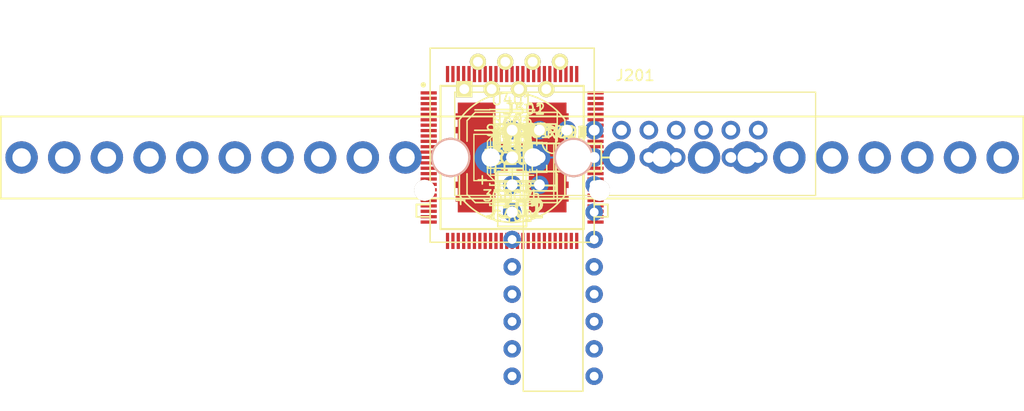
<source format=kicad_pcb>
(kicad_pcb (version 4) (host pcbnew 4.0.7+dfsg1-1ubuntu2)
  (layers (0 F.Cu signal) (31 B.Cu signal) (34 B.Paste user) (35 F.Paste user) (36 B.SilkS user) (37 F.SilkS user) (38 B.Mask user) (39 F.Mask user) (44 Edge.Cuts user))
  (net 0 "")
  (net 1 GND)
  (net 2 +3V3)
  (net 3 "Net-(C209-Pad1)")
  (net 4 "Net-(C215-Pad1)")
  (net 5 "Net-(C216-Pad1)")
  (net 6 "Net-(C303-Pad1)")
  (net 7 "CAN +12V")
  (net 8 "Net-(C601-Pad1)")
  (net 9 "Net-(C602-Pad1)")
  (net 10 "Net-(C603-Pad1)")
  (net 11 "Net-(C604-Pad1)")
  (net 12 "Net-(C605-Pad1)")
  (net 13 "Net-(C606-Pad1)")
  (net 14 "Net-(C607-Pad1)")
  (net 15 "Net-(C608-Pad1)")
  (net 16 "Net-(C609-Pad1)")
  (net 17 "Net-(C610-Pad1)")
  (net 18 "Net-(C611-Pad1)")
  (net 19 "Net-(C612-Pad1)")
  (net 20 "Net-(C613-Pad1)")
  (net 21 "Net-(C614-Pad1)")
  (net 22 "Net-(C615-Pad1)")
  (net 23 "Net-(C616-Pad1)")
  (net 24 "Net-(C617-Pad1)")
  (net 25 "Net-(C618-Pad1)")
  (net 26 "Net-(C619-Pad1)")
  (net 27 "Net-(C620-Pad1)")
  (net 28 "Net-(C621-Pad1)")
  (net 29 "Net-(C622-Pad1)")
  (net 30 "Net-(C623-Pad1)")
  (net 31 "Net-(C624-Pad1)")
  (net 32 "Net-(D201-Pad2)")
  (net 33 "Net-(D201-Pad1)")
  (net 34 "Net-(D202-Pad2)")
  (net 35 "Net-(D202-Pad1)")
  (net 36 "Net-(D301-Pad2)")
  (net 37 "Net-(D302-Pad1)")
  (net 38 "Net-(D401-Pad2)")
  (net 39 "Net-(D402-Pad1)")
  (net 40 "Net-(IC201-Pad1)")
  (net 41 "Net-(IC201-Pad2)")
  (net 42 "Net-(IC201-Pad3)")
  (net 43 "Net-(IC201-Pad4)")
  (net 44 "Net-(IC201-Pad5)")
  (net 45 "Net-(IC201-Pad6)")
  (net 46 "Net-(IC201-Pad7)")
  (net 47 "Net-(IC201-Pad8)")
  (net 48 "Net-(IC201-Pad9)")
  (net 49 "Net-(IC201-Pad12)")
  (net 50 "Net-(IC201-Pad13)")
  (net 51 "Net-(IC201-Pad14)")
  (net 52 "Net-(IC201-Pad15)")
  (net 53 "Net-(IC201-Pad16)")
  (net 54 "Net-(IC201-Pad18)")
  (net 55 "Net-(IC201-Pad20)")
  (net 56 "Net-(IC201-Pad21)")
  (net 57 "/Micro Processor Unit/C0P0B0")
  (net 58 "/Micro Processor Unit/C0P0B1")
  (net 59 "/Micro Processor Unit/C0P0B2")
  (net 60 "/Micro Processor Unit/C0P0B3")
  (net 61 "/Micro Processor Unit/C0P0B4")
  (net 62 "/Micro Processor Unit/C0P0B5")
  (net 63 "/Micro Processor Unit/C0P0B6")
  (net 64 "/Micro Processor Unit/C0P0B7")
  (net 65 "/Micro Processor Unit/C0P1B0")
  (net 66 "/Micro Processor Unit/C0P1B1")
  (net 67 "/Micro Processor Unit/C0P1B2")
  (net 68 "/Micro Processor Unit/C0P1B3")
  (net 69 "/Micro Processor Unit/C0P1B4")
  (net 70 "/Micro Processor Unit/C0P1B5")
  (net 71 "/Micro Processor Unit/C0P1B6")
  (net 72 "/Micro Processor Unit/C0P1B7")
  (net 73 "/CAN Transceiver/CAN_RX")
  (net 74 "/CAN Transceiver/CAN_TX")
  (net 75 "/Micro Processor Unit/C0P2B0")
  (net 76 "/Micro Processor Unit/C0P2B1")
  (net 77 "/Micro Processor Unit/C0P2B2")
  (net 78 "/Micro Processor Unit/C0P2B3")
  (net 79 "/Micro Processor Unit/C0P2B4")
  (net 80 "/Micro Processor Unit/C0P2B5")
  (net 81 "/Micro Processor Unit/C0P2B6")
  (net 82 "/Micro Processor Unit/C0P2B7")
  (net 83 "/Micro Processor Unit/C1P2B7")
  (net 84 "/Micro Processor Unit/C1P2B6")
  (net 85 "/Micro Processor Unit/C1P2B5")
  (net 86 "/Micro Processor Unit/C1P2B4")
  (net 87 "/Micro Processor Unit/C1P2B3")
  (net 88 "/Micro Processor Unit/C1P2B2")
  (net 89 "/Micro Processor Unit/C1P2B1")
  (net 90 "/Micro Processor Unit/C1P2B0")
  (net 91 "/Micro Processor Unit/C1P1B7")
  (net 92 "/Micro Processor Unit/C1P1B6")
  (net 93 "/Micro Processor Unit/C1P1B5")
  (net 94 "/Micro Processor Unit/C1P1B4")
  (net 95 "/Micro Processor Unit/C1P1B3")
  (net 96 "/Micro Processor Unit/C1P1B2")
  (net 97 "/Micro Processor Unit/C1P1B1")
  (net 98 "/Micro Processor Unit/C1P1B0")
  (net 99 "/Micro Processor Unit/C1P0B7")
  (net 100 "/Micro Processor Unit/C1P0B6")
  (net 101 "/Micro Processor Unit/C1P0B5")
  (net 102 "/Micro Processor Unit/C1P0B4")
  (net 103 "/Micro Processor Unit/C1P0B3")
  (net 104 "/Micro Processor Unit/C1P0B2")
  (net 105 "Net-(IC201-Pad82)")
  (net 106 "/Micro Processor Unit/C1P0B0")
  (net 107 "Net-(IC201-Pad86)")
  (net 108 "Net-(IC201-Pad87)")
  (net 109 "Net-(IC201-Pad88)")
  (net 110 "Net-(IC201-Pad89)")
  (net 111 "Net-(IC201-Pad90)")
  (net 112 "Net-(IC201-Pad91)")
  (net 113 "Net-(IC201-Pad92)")
  (net 114 "Net-(IC201-Pad93)")
  (net 115 "Net-(IC201-Pad94)")
  (net 116 "Net-(IC201-Pad95)")
  (net 117 "Net-(IC201-Pad98)")
  (net 118 "Net-(IC201-Pad99)")
  (net 119 "Net-(IC201-Pad100)")
  (net 120 "Net-(J201-Pad1)")
  (net 121 "Net-(J201-Pad11)")
  (net 122 "Net-(J201-Pad15)")
  (net 123 "Net-(J201-Pad17)")
  (net 124 "Net-(J201-Pad19)")
  (net 125 "/CAN Transceiver/CANH")
  (net 126 "/CAN Transceiver/CANL")
  (net 127 "Net-(J301-Pad4)")
  (net 128 "Net-(J301-Pad5)")
  (net 129 +VDC)
  (net 130 "Net-(J502-Pad1)")
  (net 131 "Net-(J502-Pad2)")
  (net 132 "Net-(J502-Pad3)")
  (net 133 "Net-(J502-Pad4)")
  (net 134 "Net-(J502-Pad5)")
  (net 135 "Net-(J502-Pad6)")
  (net 136 "Net-(J502-Pad7)")
  (net 137 "Net-(J502-Pad8)")
  (net 138 "Net-(J502-Pad9)")
  (net 139 "Net-(J502-Pad10)")
  (net 140 "Net-(J502-Pad11)")
  (net 141 "Net-(J502-Pad12)")
  (net 142 "Net-(J502-Pad13)")
  (net 143 "Net-(J502-Pad14)")
  (net 144 "Net-(J502-Pad15)")
  (net 145 "Net-(J502-Pad16)")
  (net 146 "Net-(J502-Pad17)")
  (net 147 "Net-(J502-Pad18)")
  (net 148 "Net-(J502-Pad19)")
  (net 149 "Net-(J502-Pad20)")
  (net 150 "Net-(J502-Pad21)")
  (net 151 "Net-(J502-Pad22)")
  (net 152 "Net-(J502-Pad23)")
  (net 153 "Net-(J502-Pad24)")
  (net 154 "Net-(J503-Pad2)")
  (net 155 "Net-(J504-Pad2)")
  (net 156 "Net-(J505-Pad2)")
  (net 157 "Net-(J506-Pad2)")
  (net 158 "Net-(J507-Pad2)")
  (net 159 "Net-(J508-Pad2)")
  (net 160 "Net-(JP301-Pad1)")
  (net 161 "Net-(JP301-Pad2)")
  (net 162 "Net-(U301-Pad5)")
  (net 163 "Net-(U301-Pad8)")
  (net 164 "Net-(U401-Pad1)")
  (net 165 "Net-(U401-Pad2)")
  (net 166 "Net-(U401-Pad7)")
  (net 167 "Net-(U401-Pad8)")
  (net 168 "Net-(U401-Pad9)")
  (net 169 "Net-(U401-Pad11)")
  (net 170 "Net-(U401-Pad13)")
  (net 171 "Net-(U401-Pad14)")
  (net 172 "Net-(U501-Pad9)")
  (net 173 "Net-(U503-Pad10)")
  (net 174 "/Micro Processor Unit/C1P0B1")
  (module Capacitors_SMD:C_0603 (layer F.Cu) (at 134.0231 237.3376)
    (fp_text reference C201 (at 0 -1.5) (layer F.SilkS))
    (fp_text value 1uf)
    (pad 2 smd rect (at 0.75 0) (size 0.8 0.75) (layers F.Cu F.Paste F.Mask) (net 1 GND))
    (pad 1 smd rect (at -0.75 0) (size 0.8 0.75) (layers F.Cu F.Paste F.Mask) (net 2 +3V3))
  )
  (module Capacitors_SMD:C_0402 (layer F.Cu) (at 134.0231 237.3376)
    (fp_text reference C202 (at 0 -1.27) (layer F.SilkS))
    (fp_text value 100nf)
    (pad 1 smd rect (at -0.55 0) (size 0.6 0.5) (layers F.Cu F.Paste F.Mask) (net 2 +3V3))
    (pad 2 smd rect (at 0.55 0) (size 0.6 0.5) (layers F.Cu F.Paste F.Mask) (net 1 GND))
  )
  (module Capacitors_SMD:C_0603 (layer F.Cu) (at 134.0231 237.3376)
    (fp_text reference C203 (at 0 -1.5) (layer F.SilkS))
    (fp_text value 1uf)
    (pad 2 smd rect (at 0.75 0) (size 0.8 0.75) (layers F.Cu F.Paste F.Mask) (net 1 GND))
    (pad 1 smd rect (at -0.75 0) (size 0.8 0.75) (layers F.Cu F.Paste F.Mask) (net 2 +3V3))
  )
  (module Capacitors_SMD:C_0402 (layer F.Cu) (at 134.0231 237.3376)
    (fp_text reference C204 (at 0 -1.27) (layer F.SilkS))
    (fp_text value 100nf)
    (pad 1 smd rect (at -0.55 0) (size 0.6 0.5) (layers F.Cu F.Paste F.Mask) (net 2 +3V3))
    (pad 2 smd rect (at 0.55 0) (size 0.6 0.5) (layers F.Cu F.Paste F.Mask) (net 1 GND))
  )
  (module Capacitors_SMD:C_0603 (layer F.Cu) (at 134.0231 237.3376)
    (fp_text reference C205 (at 0 -1.5) (layer F.SilkS))
    (fp_text value 1uf)
    (pad 2 smd rect (at 0.75 0) (size 0.8 0.75) (layers F.Cu F.Paste F.Mask) (net 1 GND))
    (pad 1 smd rect (at -0.75 0) (size 0.8 0.75) (layers F.Cu F.Paste F.Mask) (net 2 +3V3))
  )
  (module Capacitors_SMD:C_0402 (layer F.Cu) (at 134.0231 237.3376)
    (fp_text reference C206 (at 0 -1.27) (layer F.SilkS))
    (fp_text value 100nf)
    (pad 1 smd rect (at -0.55 0) (size 0.6 0.5) (layers F.Cu F.Paste F.Mask) (net 2 +3V3))
    (pad 2 smd rect (at 0.55 0) (size 0.6 0.5) (layers F.Cu F.Paste F.Mask) (net 1 GND))
  )
  (module Capacitors_SMD:C_0603 (layer F.Cu) (at 134.0231 237.3376)
    (fp_text reference C207 (at 0 -1.5) (layer F.SilkS))
    (fp_text value 1uf)
    (pad 2 smd rect (at 0.75 0) (size 0.8 0.75) (layers F.Cu F.Paste F.Mask) (net 1 GND))
    (pad 1 smd rect (at -0.75 0) (size 0.8 0.75) (layers F.Cu F.Paste F.Mask) (net 2 +3V3))
  )
  (module Capacitors_SMD:C_0402 (layer F.Cu) (at 134.0231 237.3376)
    (fp_text reference C208 (at 0 -1.27) (layer F.SilkS))
    (fp_text value 100nf)
    (pad 1 smd rect (at -0.55 0) (size 0.6 0.5) (layers F.Cu F.Paste F.Mask) (net 2 +3V3))
    (pad 2 smd rect (at 0.55 0) (size 0.6 0.5) (layers F.Cu F.Paste F.Mask) (net 1 GND))
  )
  (module Capacitors_SMD:C_0603 (layer F.Cu) (at 134.0231 237.3376)
    (fp_text reference C209 (at 0 -1.5) (layer F.SilkS))
    (fp_text value 1uf)
    (pad 2 smd rect (at 0.75 0) (size 0.8 0.75) (layers F.Cu F.Paste F.Mask) (net 1 GND))
    (pad 1 smd rect (at -0.75 0) (size 0.8 0.75) (layers F.Cu F.Paste F.Mask) (net 3 "Net-(C209-Pad1)"))
  )
  (module Capacitors_SMD:C_0402 (layer F.Cu) (at 134.0231 237.3376)
    (fp_text reference C210 (at 0 -1.27) (layer F.SilkS))
    (fp_text value 100nf)
    (pad 1 smd rect (at -0.55 0) (size 0.6 0.5) (layers F.Cu F.Paste F.Mask) (net 2 +3V3))
    (pad 2 smd rect (at 0.55 0) (size 0.6 0.5) (layers F.Cu F.Paste F.Mask) (net 1 GND))
  )
  (module PolarizedCaps:C_POL_1206 (layer F.Cu) (at 134.0231 237.3376)
    (fp_text reference C211 (at 0 -1.75) (layer F.SilkS))
    (fp_text value 10uf)
    (pad 1 smd rect (at -1.5 0) (size 1 1.6) (layers F.Cu F.Paste F.Mask) (net 2 +3V3))
    (pad 2 smd rect (at 1.5 0) (size 1 1.6) (layers F.Cu F.Paste F.Mask) (net 1 GND))
  )
  (module Capacitors_SMD:C_0402 (layer F.Cu) (at 134.0231 237.3376)
    (fp_text reference C212 (at 0 -1.27) (layer F.SilkS))
    (fp_text value 100nf)
    (pad 1 smd rect (at -0.55 0) (size 0.6 0.5) (layers F.Cu F.Paste F.Mask) (net 2 +3V3))
    (pad 2 smd rect (at 0.55 0) (size 0.6 0.5) (layers F.Cu F.Paste F.Mask) (net 1 GND))
  )
  (module PolarizedCaps:C_POL_1206 (layer F.Cu) (at 134.0231 237.3376)
    (fp_text reference C213 (at 0 -1.75) (layer F.SilkS))
    (fp_text value 10uf)
    (pad 1 smd rect (at -1.5 0) (size 1 1.6) (layers F.Cu F.Paste F.Mask) (net 2 +3V3))
    (pad 2 smd rect (at 1.5 0) (size 1 1.6) (layers F.Cu F.Paste F.Mask) (net 1 GND))
  )
  (module Capacitors_SMD:C_0402 (layer F.Cu) (at 134.0231 237.3376)
    (fp_text reference C214 (at 0 -1.27) (layer F.SilkS))
    (fp_text value 100nf)
    (pad 1 smd rect (at -0.55 0) (size 0.6 0.5) (layers F.Cu F.Paste F.Mask) (net 2 +3V3))
    (pad 2 smd rect (at 0.55 0) (size 0.6 0.5) (layers F.Cu F.Paste F.Mask) (net 1 GND))
  )
  (module Capacitors_SMD:C_0402 (layer F.Cu) (at 134.0231 237.3376)
    (fp_text reference C215 (at 0 -1.27) (layer F.SilkS))
    (fp_text value 18pf)
    (pad 1 smd rect (at -0.55 0) (size 0.6 0.5) (layers F.Cu F.Paste F.Mask) (net 4 "Net-(C215-Pad1)"))
    (pad 2 smd rect (at 0.55 0) (size 0.6 0.5) (layers F.Cu F.Paste F.Mask) (net 1 GND))
  )
  (module Capacitors_SMD:C_0402 (layer F.Cu) (at 134.0231 237.3376)
    (fp_text reference C216 (at 0 -1.27) (layer F.SilkS))
    (fp_text value 18pf)
    (pad 1 smd rect (at -0.55 0) (size 0.6 0.5) (layers F.Cu F.Paste F.Mask) (net 5 "Net-(C216-Pad1)"))
    (pad 2 smd rect (at 0.55 0) (size 0.6 0.5) (layers F.Cu F.Paste F.Mask) (net 1 GND))
  )
  (module Capacitors_SMD:C_0603 (layer F.Cu) (at 134.0231 237.3376)
    (fp_text reference C301 (at 0 -1.5) (layer F.SilkS))
    (fp_text value ".1 uf")
    (pad 2 smd rect (at 0.75 0) (size 0.8 0.75) (layers F.Cu F.Paste F.Mask) (net 1 GND))
    (pad 1 smd rect (at -0.75 0) (size 0.8 0.75) (layers F.Cu F.Paste F.Mask) (net 2 +3V3))
  )
  (module Capacitors_SMD:CP_Elec_4x5.7 (layer F.Cu) (at 134.0231 237.3376)
    (fp_text reference C302 (at 0 3.54) (layer F.SilkS))
    (fp_text value "15 uf 15V")
    (fp_text user + (at -2.77 2.01) (layer F.SilkS))
    (pad 1 smd rect (at -1.8 0 180) (size 2.6 1.6) (layers F.Cu F.Paste F.Mask) (net 2 +3V3))
    (pad 2 smd rect (at 1.8 0 180) (size 2.6 1.6) (layers F.Cu F.Paste F.Mask) (net 1 GND))
  )
  (module Capacitors_SMD:C_0603 (layer F.Cu) (at 134.0231 237.3376)
    (fp_text reference C303 (at 0 -1.5) (layer F.SilkS))
    (fp_text value "47 nf")
    (pad 2 smd rect (at 0.75 0) (size 0.8 0.75) (layers F.Cu F.Paste F.Mask) (net 1 GND))
    (pad 1 smd rect (at -0.75 0) (size 0.8 0.75) (layers F.Cu F.Paste F.Mask) (net 6 "Net-(C303-Pad1)"))
  )
  (module Capacitors_SMD:CP_Elec_8x10 (layer F.Cu) (at 134.0231 237.3376)
    (fp_text reference C401 (at 0 5.45) (layer F.SilkS))
    (fp_text value "220 uf 25V")
    (fp_text user + (at -4.78 3.9) (layer F.SilkS))
    (pad 1 smd rect (at -3.05 0 180) (size 4 2.5) (layers F.Cu F.Paste F.Mask) (net 2 +3V3))
    (pad 2 smd rect (at 3.05 0 180) (size 4 2.5) (layers F.Cu F.Paste F.Mask) (net 1 GND))
  )
  (module Capacitors_SMD:CP_Elec_8x10 (layer F.Cu) (at 134.0231 237.3376)
    (fp_text reference C402 (at 0 5.45) (layer F.SilkS))
    (fp_text value "22 uf 100V")
    (fp_text user + (at -4.78 3.9) (layer F.SilkS))
    (pad 1 smd rect (at -3.05 0 180) (size 4 2.5) (layers F.Cu F.Paste F.Mask) (net 7 "CAN +12V"))
    (pad 2 smd rect (at 3.05 0 180) (size 4 2.5) (layers F.Cu F.Paste F.Mask) (net 1 GND))
  )
  (module Capacitors_THT:C_Disc_D3.8mm_W2.6mm_P2.50mm (layer F.Cu) (at 134.0231 237.3376)
    (fp_text reference C601 (at 1.25 -2.61) (layer F.SilkS))
    (fp_text value C)
    (pad 1 thru_hole circle (at 0 0) (size 1.6 1.6) (drill 0.8) (layers *.Cu *.Mask) (net 8 "Net-(C601-Pad1)"))
    (pad 2 thru_hole circle (at 2.5 0) (size 1.6 1.6) (drill 0.8) (layers *.Cu *.Mask) (net 1 GND))
  )
  (module Capacitors_THT:C_Disc_D3.8mm_W2.6mm_P2.50mm (layer F.Cu) (at 134.0231 237.3376)
    (fp_text reference C602 (at 1.25 -2.61) (layer F.SilkS))
    (fp_text value C)
    (pad 1 thru_hole circle (at 0 0) (size 1.6 1.6) (drill 0.8) (layers *.Cu *.Mask) (net 9 "Net-(C602-Pad1)"))
    (pad 2 thru_hole circle (at 2.5 0) (size 1.6 1.6) (drill 0.8) (layers *.Cu *.Mask) (net 1 GND))
  )
  (module Capacitors_THT:C_Disc_D3.8mm_W2.6mm_P2.50mm (layer F.Cu) (at 134.0231 237.3376)
    (fp_text reference C603 (at 1.25 -2.61) (layer F.SilkS))
    (fp_text value C)
    (pad 1 thru_hole circle (at 0 0) (size 1.6 1.6) (drill 0.8) (layers *.Cu *.Mask) (net 10 "Net-(C603-Pad1)"))
    (pad 2 thru_hole circle (at 2.5 0) (size 1.6 1.6) (drill 0.8) (layers *.Cu *.Mask) (net 1 GND))
  )
  (module Capacitors_THT:C_Disc_D3.8mm_W2.6mm_P2.50mm (layer F.Cu) (at 134.0231 237.3376)
    (fp_text reference C604 (at 1.25 -2.61) (layer F.SilkS))
    (fp_text value C)
    (pad 1 thru_hole circle (at 0 0) (size 1.6 1.6) (drill 0.8) (layers *.Cu *.Mask) (net 11 "Net-(C604-Pad1)"))
    (pad 2 thru_hole circle (at 2.5 0) (size 1.6 1.6) (drill 0.8) (layers *.Cu *.Mask) (net 1 GND))
  )
  (module Capacitors_THT:C_Disc_D3.8mm_W2.6mm_P2.50mm (layer F.Cu) (at 134.0231 237.3376)
    (fp_text reference C605 (at 1.25 -2.61) (layer F.SilkS))
    (fp_text value C)
    (pad 1 thru_hole circle (at 0 0) (size 1.6 1.6) (drill 0.8) (layers *.Cu *.Mask) (net 12 "Net-(C605-Pad1)"))
    (pad 2 thru_hole circle (at 2.5 0) (size 1.6 1.6) (drill 0.8) (layers *.Cu *.Mask) (net 1 GND))
  )
  (module Capacitors_THT:C_Disc_D3.8mm_W2.6mm_P2.50mm (layer F.Cu) (at 134.0231 237.3376)
    (fp_text reference C606 (at 1.25 -2.61) (layer F.SilkS))
    (fp_text value C)
    (pad 1 thru_hole circle (at 0 0) (size 1.6 1.6) (drill 0.8) (layers *.Cu *.Mask) (net 13 "Net-(C606-Pad1)"))
    (pad 2 thru_hole circle (at 2.5 0) (size 1.6 1.6) (drill 0.8) (layers *.Cu *.Mask) (net 1 GND))
  )
  (module Capacitors_THT:C_Disc_D3.8mm_W2.6mm_P2.50mm (layer F.Cu) (at 134.0231 237.3376)
    (fp_text reference C607 (at 1.25 -2.61) (layer F.SilkS))
    (fp_text value C)
    (pad 1 thru_hole circle (at 0 0) (size 1.6 1.6) (drill 0.8) (layers *.Cu *.Mask) (net 14 "Net-(C607-Pad1)"))
    (pad 2 thru_hole circle (at 2.5 0) (size 1.6 1.6) (drill 0.8) (layers *.Cu *.Mask) (net 1 GND))
  )
  (module Capacitors_THT:C_Disc_D3.8mm_W2.6mm_P2.50mm (layer F.Cu) (at 134.0231 237.3376)
    (fp_text reference C608 (at 1.25 -2.61) (layer F.SilkS))
    (fp_text value C)
    (pad 1 thru_hole circle (at 0 0) (size 1.6 1.6) (drill 0.8) (layers *.Cu *.Mask) (net 15 "Net-(C608-Pad1)"))
    (pad 2 thru_hole circle (at 2.5 0) (size 1.6 1.6) (drill 0.8) (layers *.Cu *.Mask) (net 1 GND))
  )
  (module Capacitors_THT:C_Disc_D3.8mm_W2.6mm_P2.50mm (layer F.Cu) (at 134.0231 237.3376)
    (fp_text reference C609 (at 1.25 -2.61) (layer F.SilkS))
    (fp_text value C)
    (pad 1 thru_hole circle (at 0 0) (size 1.6 1.6) (drill 0.8) (layers *.Cu *.Mask) (net 16 "Net-(C609-Pad1)"))
    (pad 2 thru_hole circle (at 2.5 0) (size 1.6 1.6) (drill 0.8) (layers *.Cu *.Mask) (net 1 GND))
  )
  (module Capacitors_THT:C_Disc_D3.8mm_W2.6mm_P2.50mm (layer F.Cu) (at 134.0231 237.3376)
    (fp_text reference C610 (at 1.25 -2.61) (layer F.SilkS))
    (fp_text value C)
    (pad 1 thru_hole circle (at 0 0) (size 1.6 1.6) (drill 0.8) (layers *.Cu *.Mask) (net 17 "Net-(C610-Pad1)"))
    (pad 2 thru_hole circle (at 2.5 0) (size 1.6 1.6) (drill 0.8) (layers *.Cu *.Mask) (net 1 GND))
  )
  (module Capacitors_THT:C_Disc_D3.8mm_W2.6mm_P2.50mm (layer F.Cu) (at 134.0231 237.3376)
    (fp_text reference C611 (at 1.25 -2.61) (layer F.SilkS))
    (fp_text value C)
    (pad 1 thru_hole circle (at 0 0) (size 1.6 1.6) (drill 0.8) (layers *.Cu *.Mask) (net 18 "Net-(C611-Pad1)"))
    (pad 2 thru_hole circle (at 2.5 0) (size 1.6 1.6) (drill 0.8) (layers *.Cu *.Mask) (net 1 GND))
  )
  (module Capacitors_THT:C_Disc_D3.8mm_W2.6mm_P2.50mm (layer F.Cu) (at 134.0231 237.3376)
    (fp_text reference C612 (at 1.25 -2.61) (layer F.SilkS))
    (fp_text value C)
    (pad 1 thru_hole circle (at 0 0) (size 1.6 1.6) (drill 0.8) (layers *.Cu *.Mask) (net 19 "Net-(C612-Pad1)"))
    (pad 2 thru_hole circle (at 2.5 0) (size 1.6 1.6) (drill 0.8) (layers *.Cu *.Mask) (net 1 GND))
  )
  (module Capacitors_THT:C_Disc_D3.8mm_W2.6mm_P2.50mm (layer F.Cu) (at 134.0231 237.3376)
    (fp_text reference C613 (at 1.25 -2.61) (layer F.SilkS))
    (fp_text value C)
    (pad 1 thru_hole circle (at 0 0) (size 1.6 1.6) (drill 0.8) (layers *.Cu *.Mask) (net 20 "Net-(C613-Pad1)"))
    (pad 2 thru_hole circle (at 2.5 0) (size 1.6 1.6) (drill 0.8) (layers *.Cu *.Mask) (net 1 GND))
  )
  (module Capacitors_THT:C_Disc_D3.8mm_W2.6mm_P2.50mm (layer F.Cu) (at 134.0231 237.3376)
    (fp_text reference C614 (at 1.25 -2.61) (layer F.SilkS))
    (fp_text value C)
    (pad 1 thru_hole circle (at 0 0) (size 1.6 1.6) (drill 0.8) (layers *.Cu *.Mask) (net 21 "Net-(C614-Pad1)"))
    (pad 2 thru_hole circle (at 2.5 0) (size 1.6 1.6) (drill 0.8) (layers *.Cu *.Mask) (net 1 GND))
  )
  (module Capacitors_THT:C_Disc_D3.8mm_W2.6mm_P2.50mm (layer F.Cu) (at 134.0231 237.3376)
    (fp_text reference C615 (at 1.25 -2.61) (layer F.SilkS))
    (fp_text value C)
    (pad 1 thru_hole circle (at 0 0) (size 1.6 1.6) (drill 0.8) (layers *.Cu *.Mask) (net 22 "Net-(C615-Pad1)"))
    (pad 2 thru_hole circle (at 2.5 0) (size 1.6 1.6) (drill 0.8) (layers *.Cu *.Mask) (net 1 GND))
  )
  (module Capacitors_THT:C_Disc_D3.8mm_W2.6mm_P2.50mm (layer F.Cu) (at 134.0231 237.3376)
    (fp_text reference C616 (at 1.25 -2.61) (layer F.SilkS))
    (fp_text value C)
    (pad 1 thru_hole circle (at 0 0) (size 1.6 1.6) (drill 0.8) (layers *.Cu *.Mask) (net 23 "Net-(C616-Pad1)"))
    (pad 2 thru_hole circle (at 2.5 0) (size 1.6 1.6) (drill 0.8) (layers *.Cu *.Mask) (net 1 GND))
  )
  (module Capacitors_THT:C_Disc_D3.8mm_W2.6mm_P2.50mm (layer F.Cu) (at 134.0231 237.3376)
    (fp_text reference C617 (at 1.25 -2.61) (layer F.SilkS))
    (fp_text value C)
    (pad 1 thru_hole circle (at 0 0) (size 1.6 1.6) (drill 0.8) (layers *.Cu *.Mask) (net 24 "Net-(C617-Pad1)"))
    (pad 2 thru_hole circle (at 2.5 0) (size 1.6 1.6) (drill 0.8) (layers *.Cu *.Mask) (net 1 GND))
  )
  (module Capacitors_THT:C_Disc_D3.8mm_W2.6mm_P2.50mm (layer F.Cu) (at 134.0231 237.3376)
    (fp_text reference C618 (at 1.25 -2.61) (layer F.SilkS))
    (fp_text value C)
    (pad 1 thru_hole circle (at 0 0) (size 1.6 1.6) (drill 0.8) (layers *.Cu *.Mask) (net 25 "Net-(C618-Pad1)"))
    (pad 2 thru_hole circle (at 2.5 0) (size 1.6 1.6) (drill 0.8) (layers *.Cu *.Mask) (net 1 GND))
  )
  (module Capacitors_THT:C_Disc_D3.8mm_W2.6mm_P2.50mm (layer F.Cu) (at 134.0231 237.3376)
    (fp_text reference C619 (at 1.25 -2.61) (layer F.SilkS))
    (fp_text value C)
    (pad 1 thru_hole circle (at 0 0) (size 1.6 1.6) (drill 0.8) (layers *.Cu *.Mask) (net 26 "Net-(C619-Pad1)"))
    (pad 2 thru_hole circle (at 2.5 0) (size 1.6 1.6) (drill 0.8) (layers *.Cu *.Mask) (net 1 GND))
  )
  (module Capacitors_THT:C_Disc_D3.8mm_W2.6mm_P2.50mm (layer F.Cu) (at 134.0231 237.3376)
    (fp_text reference C620 (at 1.25 -2.61) (layer F.SilkS))
    (fp_text value C)
    (pad 1 thru_hole circle (at 0 0) (size 1.6 1.6) (drill 0.8) (layers *.Cu *.Mask) (net 27 "Net-(C620-Pad1)"))
    (pad 2 thru_hole circle (at 2.5 0) (size 1.6 1.6) (drill 0.8) (layers *.Cu *.Mask) (net 1 GND))
  )
  (module Capacitors_THT:C_Disc_D3.8mm_W2.6mm_P2.50mm (layer F.Cu) (at 134.0231 237.3376)
    (fp_text reference C621 (at 1.25 -2.61) (layer F.SilkS))
    (fp_text value C)
    (pad 1 thru_hole circle (at 0 0) (size 1.6 1.6) (drill 0.8) (layers *.Cu *.Mask) (net 28 "Net-(C621-Pad1)"))
    (pad 2 thru_hole circle (at 2.5 0) (size 1.6 1.6) (drill 0.8) (layers *.Cu *.Mask) (net 1 GND))
  )
  (module Capacitors_THT:C_Disc_D3.8mm_W2.6mm_P2.50mm (layer F.Cu) (at 134.0231 237.3376)
    (fp_text reference C622 (at 1.25 -2.61) (layer F.SilkS))
    (fp_text value C)
    (pad 1 thru_hole circle (at 0 0) (size 1.6 1.6) (drill 0.8) (layers *.Cu *.Mask) (net 29 "Net-(C622-Pad1)"))
    (pad 2 thru_hole circle (at 2.5 0) (size 1.6 1.6) (drill 0.8) (layers *.Cu *.Mask) (net 1 GND))
  )
  (module Capacitors_THT:C_Disc_D3.8mm_W2.6mm_P2.50mm (layer F.Cu) (at 134.0231 237.3376)
    (fp_text reference C623 (at 1.25 -2.61) (layer F.SilkS))
    (fp_text value C)
    (pad 1 thru_hole circle (at 0 0) (size 1.6 1.6) (drill 0.8) (layers *.Cu *.Mask) (net 30 "Net-(C623-Pad1)"))
    (pad 2 thru_hole circle (at 2.5 0) (size 1.6 1.6) (drill 0.8) (layers *.Cu *.Mask) (net 1 GND))
  )
  (module Capacitors_THT:C_Disc_D3.8mm_W2.6mm_P2.50mm (layer F.Cu) (at 134.0231 237.3376)
    (fp_text reference C624 (at 1.25 -2.61) (layer F.SilkS))
    (fp_text value C)
    (pad 1 thru_hole circle (at 0 0) (size 1.6 1.6) (drill 0.8) (layers *.Cu *.Mask) (net 31 "Net-(C624-Pad1)"))
    (pad 2 thru_hole circle (at 2.5 0) (size 1.6 1.6) (drill 0.8) (layers *.Cu *.Mask) (net 1 GND))
  )
  (module LEDs:LED_0402 (layer F.Cu) (at 134.0231 237.3376)
    (fp_text reference D201 (at 0 -1.2) (layer F.SilkS))
    (fp_text value ACT1)
    (pad 2 smd rect (at 0.55 0 180) (size 0.6 0.7) (layers F.Cu F.Paste F.Mask) (net 32 "Net-(D201-Pad2)"))
    (pad 1 smd rect (at -0.55 0 180) (size 0.6 0.7) (layers F.Cu F.Paste F.Mask) (net 33 "Net-(D201-Pad1)"))
  )
  (module LEDs:LED_0402 (layer F.Cu) (at 134.0231 237.3376)
    (fp_text reference D202 (at 0 -1.2) (layer F.SilkS))
    (fp_text value ACT2)
    (pad 2 smd rect (at 0.55 0 180) (size 0.6 0.7) (layers F.Cu F.Paste F.Mask) (net 34 "Net-(D202-Pad2)"))
    (pad 1 smd rect (at -0.55 0 180) (size 0.6 0.7) (layers F.Cu F.Paste F.Mask) (net 35 "Net-(D202-Pad1)"))
  )
  (module Diodes_SMD:D_PowerDI-123 (layer F.Cu) (at 134.0231 237.3376)
    (fp_text reference D301 (at 0 -2) (layer F.SilkS))
    (fp_text value DFLS240-7)
    (pad 1 smd rect (at -0.85 0 180) (size 2.4 1.5) (layers F.Cu F.Paste F.Mask) (net 7 "CAN +12V"))
    (pad 2 smd rect (at 1.525 0 180) (size 1.05 1.5) (layers F.Cu F.Paste F.Mask) (net 36 "Net-(D301-Pad2)"))
  )
  (module Diodes_SMD:D_PowerDI-123 (layer F.Cu) (at 134.0231 237.3376)
    (fp_text reference D302 (at 0 -2) (layer F.SilkS))
    (fp_text value DFLS240-7)
    (pad 1 smd rect (at -0.85 0 180) (size 2.4 1.5) (layers F.Cu F.Paste F.Mask) (net 37 "Net-(D302-Pad1)"))
    (pad 2 smd rect (at 1.525 0 180) (size 1.05 1.5) (layers F.Cu F.Paste F.Mask) (net 7 "CAN +12V"))
  )
  (module LEDs:LED_0402 (layer F.Cu) (at 134.0231 237.3376)
    (fp_text reference D401 (at 0 -1.2) (layer F.SilkS))
    (fp_text value POWER)
    (pad 2 smd rect (at 0.55 0 180) (size 0.6 0.7) (layers F.Cu F.Paste F.Mask) (net 38 "Net-(D401-Pad2)"))
    (pad 1 smd rect (at -0.55 0 180) (size 0.6 0.7) (layers F.Cu F.Paste F.Mask) (net 1 GND))
  )
  (module Diodes_SMD:D_SMB (layer F.Cu) (at 134.0231 237.3376)
    (fp_text reference D402 (at 0 -3) (layer F.SilkS))
    (fp_text value "CMSH1-60 TR13")
    (pad 1 smd rect (at -2.15 0) (size 2.5 2.3) (layers F.Cu F.Paste F.Mask) (net 39 "Net-(D402-Pad1)"))
    (pad 2 smd rect (at 2.15 0) (size 2.5 2.3) (layers F.Cu F.Paste F.Mask) (net 1 GND))
  )
  (module QFP50:QFP50P1600X1600X160-100N (layer F.Cu) (at 134.0231 237.3376)
    (fp_text reference IC201 (at 0 0) (layer F.SilkS) (effects (font (size 1.27 1.27) (thickness 0.254))))
    (fp_text value LPC1768FBD100K hide)
    (pad 1 smd rect (at -7.75 -6 90) (size 0.3 1.5) (layers F.Cu F.Paste F.Mask) (net 40 "Net-(IC201-Pad1)"))
    (pad 2 smd rect (at -7.75 -5.5 90) (size 0.3 1.5) (layers F.Cu F.Paste F.Mask) (net 41 "Net-(IC201-Pad2)"))
    (pad 3 smd rect (at -7.75 -5 90) (size 0.3 1.5) (layers F.Cu F.Paste F.Mask) (net 42 "Net-(IC201-Pad3)"))
    (pad 4 smd rect (at -7.75 -4.5 90) (size 0.3 1.5) (layers F.Cu F.Paste F.Mask) (net 43 "Net-(IC201-Pad4)"))
    (pad 5 smd rect (at -7.75 -4 90) (size 0.3 1.5) (layers F.Cu F.Paste F.Mask) (net 44 "Net-(IC201-Pad5)"))
    (pad 6 smd rect (at -7.75 -3.5 90) (size 0.3 1.5) (layers F.Cu F.Paste F.Mask) (net 45 "Net-(IC201-Pad6)"))
    (pad 7 smd rect (at -7.75 -3 90) (size 0.3 1.5) (layers F.Cu F.Paste F.Mask) (net 46 "Net-(IC201-Pad7)"))
    (pad 8 smd rect (at -7.75 -2.5 90) (size 0.3 1.5) (layers F.Cu F.Paste F.Mask) (net 47 "Net-(IC201-Pad8)"))
    (pad 9 smd rect (at -7.75 -2 90) (size 0.3 1.5) (layers F.Cu F.Paste F.Mask) (net 48 "Net-(IC201-Pad9)"))
    (pad 10 smd rect (at -7.75 -1.5 90) (size 0.3 1.5) (layers F.Cu F.Paste F.Mask) (net 2 +3V3))
    (pad 11 smd rect (at -7.75 -1 90) (size 0.3 1.5) (layers F.Cu F.Paste F.Mask) (net 1 GND))
    (pad 12 smd rect (at -7.75 -0.5 90) (size 0.3 1.5) (layers F.Cu F.Paste F.Mask) (net 49 "Net-(IC201-Pad12)"))
    (pad 13 smd rect (at -7.75 0 90) (size 0.3 1.5) (layers F.Cu F.Paste F.Mask) (net 50 "Net-(IC201-Pad13)"))
    (pad 14 smd rect (at -7.75 0.5 90) (size 0.3 1.5) (layers F.Cu F.Paste F.Mask) (net 51 "Net-(IC201-Pad14)"))
    (pad 15 smd rect (at -7.75 1 90) (size 0.3 1.5) (layers F.Cu F.Paste F.Mask) (net 52 "Net-(IC201-Pad15)"))
    (pad 16 smd rect (at -7.75 1.5 90) (size 0.3 1.5) (layers F.Cu F.Paste F.Mask) (net 53 "Net-(IC201-Pad16)"))
    (pad 17 smd rect (at -7.75 2 90) (size 0.3 1.5) (layers F.Cu F.Paste F.Mask) (net 3 "Net-(C209-Pad1)"))
    (pad 18 smd rect (at -7.75 2.5 90) (size 0.3 1.5) (layers F.Cu F.Paste F.Mask) (net 54 "Net-(IC201-Pad18)"))
    (pad 19 smd rect (at -7.75 3 90) (size 0.3 1.5) (layers F.Cu F.Paste F.Mask) (net 2 +3V3))
    (pad 20 smd rect (at -7.75 3.5 90) (size 0.3 1.5) (layers F.Cu F.Paste F.Mask) (net 55 "Net-(IC201-Pad20)"))
    (pad 21 smd rect (at -7.75 4 90) (size 0.3 1.5) (layers F.Cu F.Paste F.Mask) (net 56 "Net-(IC201-Pad21)"))
    (pad 22 smd rect (at -7.75 4.5 90) (size 0.3 1.5) (layers F.Cu F.Paste F.Mask) (net 4 "Net-(C215-Pad1)"))
    (pad 23 smd rect (at -7.75 5 90) (size 0.3 1.5) (layers F.Cu F.Paste F.Mask) (net 5 "Net-(C216-Pad1)"))
    (pad 24 smd rect (at -7.75 5.5 90) (size 0.3 1.5) (layers F.Cu F.Paste F.Mask) (net 33 "Net-(D201-Pad1)"))
    (pad 25 smd rect (at -7.75 6 90) (size 0.3 1.5) (layers F.Cu F.Paste F.Mask) (net 35 "Net-(D202-Pad1)"))
    (pad 26 smd rect (at -6 7.75) (size 0.3 1.5) (layers F.Cu F.Paste F.Mask) (net 57 "/Micro Processor Unit/C0P0B0"))
    (pad 27 smd rect (at -5.5 7.75) (size 0.3 1.5) (layers F.Cu F.Paste F.Mask) (net 58 "/Micro Processor Unit/C0P0B1"))
    (pad 28 smd rect (at -5 7.75) (size 0.3 1.5) (layers F.Cu F.Paste F.Mask) (net 2 +3V3))
    (pad 29 smd rect (at -4.5 7.75) (size 0.3 1.5) (layers F.Cu F.Paste F.Mask) (net 59 "/Micro Processor Unit/C0P0B2"))
    (pad 30 smd rect (at -4 7.75) (size 0.3 1.5) (layers F.Cu F.Paste F.Mask) (net 60 "/Micro Processor Unit/C0P0B3"))
    (pad 31 smd rect (at -3.5 7.75) (size 0.3 1.5) (layers F.Cu F.Paste F.Mask) (net 1 GND))
    (pad 32 smd rect (at -3 7.75) (size 0.3 1.5) (layers F.Cu F.Paste F.Mask) (net 61 "/Micro Processor Unit/C0P0B4"))
    (pad 33 smd rect (at -2.5 7.75) (size 0.3 1.5) (layers F.Cu F.Paste F.Mask) (net 62 "/Micro Processor Unit/C0P0B5"))
    (pad 34 smd rect (at -2 7.75) (size 0.3 1.5) (layers F.Cu F.Paste F.Mask) (net 63 "/Micro Processor Unit/C0P0B6"))
    (pad 35 smd rect (at -1.5 7.75) (size 0.3 1.5) (layers F.Cu F.Paste F.Mask) (net 64 "/Micro Processor Unit/C0P0B7"))
    (pad 36 smd rect (at -1 7.75) (size 0.3 1.5) (layers F.Cu F.Paste F.Mask) (net 65 "/Micro Processor Unit/C0P1B0"))
    (pad 37 smd rect (at -0.5 7.75) (size 0.3 1.5) (layers F.Cu F.Paste F.Mask) (net 66 "/Micro Processor Unit/C0P1B1"))
    (pad 38 smd rect (at 0 7.75) (size 0.3 1.5) (layers F.Cu F.Paste F.Mask) (net 67 "/Micro Processor Unit/C0P1B2"))
    (pad 39 smd rect (at 0.5 7.75) (size 0.3 1.5) (layers F.Cu F.Paste F.Mask) (net 68 "/Micro Processor Unit/C0P1B3"))
    (pad 40 smd rect (at 1 7.75) (size 0.3 1.5) (layers F.Cu F.Paste F.Mask) (net 69 "/Micro Processor Unit/C0P1B4"))
    (pad 41 smd rect (at 1.5 7.75) (size 0.3 1.5) (layers F.Cu F.Paste F.Mask) (net 1 GND))
    (pad 42 smd rect (at 2 7.75) (size 0.3 1.5) (layers F.Cu F.Paste F.Mask) (net 2 +3V3))
    (pad 43 smd rect (at 2.5 7.75) (size 0.3 1.5) (layers F.Cu F.Paste F.Mask) (net 70 "/Micro Processor Unit/C0P1B5"))
    (pad 44 smd rect (at 3 7.75) (size 0.3 1.5) (layers F.Cu F.Paste F.Mask) (net 71 "/Micro Processor Unit/C0P1B6"))
    (pad 45 smd rect (at 3.5 7.75) (size 0.3 1.5) (layers F.Cu F.Paste F.Mask) (net 72 "/Micro Processor Unit/C0P1B7"))
    (pad 46 smd rect (at 4 7.75) (size 0.3 1.5) (layers F.Cu F.Paste F.Mask) (net 73 "/CAN Transceiver/CAN_RX"))
    (pad 47 smd rect (at 4.5 7.75) (size 0.3 1.5) (layers F.Cu F.Paste F.Mask) (net 74 "/CAN Transceiver/CAN_TX"))
    (pad 48 smd rect (at 5 7.75) (size 0.3 1.5) (layers F.Cu F.Paste F.Mask) (net 75 "/Micro Processor Unit/C0P2B0"))
    (pad 49 smd rect (at 5.5 7.75) (size 0.3 1.5) (layers F.Cu F.Paste F.Mask) (net 76 "/Micro Processor Unit/C0P2B1"))
    (pad 50 smd rect (at 6 7.75) (size 0.3 1.5) (layers F.Cu F.Paste F.Mask) (net 77 "/Micro Processor Unit/C0P2B2"))
    (pad 51 smd rect (at 7.75 6 90) (size 0.3 1.5) (layers F.Cu F.Paste F.Mask) (net 78 "/Micro Processor Unit/C0P2B3"))
    (pad 52 smd rect (at 7.75 5.5 90) (size 0.3 1.5) (layers F.Cu F.Paste F.Mask) (net 79 "/Micro Processor Unit/C0P2B4"))
    (pad 53 smd rect (at 7.75 5 90) (size 0.3 1.5) (layers F.Cu F.Paste F.Mask) (net 80 "/Micro Processor Unit/C0P2B5"))
    (pad 54 smd rect (at 7.75 4.5 90) (size 0.3 1.5) (layers F.Cu F.Paste F.Mask) (net 2 +3V3))
    (pad 55 smd rect (at 7.75 4 90) (size 0.3 1.5) (layers F.Cu F.Paste F.Mask) (net 1 GND))
    (pad 56 smd rect (at 7.75 3.5 90) (size 0.3 1.5) (layers F.Cu F.Paste F.Mask) (net 81 "/Micro Processor Unit/C0P2B6"))
    (pad 57 smd rect (at 7.75 3 90) (size 0.3 1.5) (layers F.Cu F.Paste F.Mask) (net 82 "/Micro Processor Unit/C0P2B7"))
    (pad 58 smd rect (at 7.75 2.5 90) (size 0.3 1.5) (layers F.Cu F.Paste F.Mask) (net 83 "/Micro Processor Unit/C1P2B7"))
    (pad 59 smd rect (at 7.75 2 90) (size 0.3 1.5) (layers F.Cu F.Paste F.Mask) (net 84 "/Micro Processor Unit/C1P2B6"))
    (pad 60 smd rect (at 7.75 1.5 90) (size 0.3 1.5) (layers F.Cu F.Paste F.Mask) (net 85 "/Micro Processor Unit/C1P2B5"))
    (pad 61 smd rect (at 7.75 1 90) (size 0.3 1.5) (layers F.Cu F.Paste F.Mask) (net 86 "/Micro Processor Unit/C1P2B4"))
    (pad 62 smd rect (at 7.75 0.5 90) (size 0.3 1.5) (layers F.Cu F.Paste F.Mask) (net 87 "/Micro Processor Unit/C1P2B3"))
    (pad 63 smd rect (at 7.75 0 90) (size 0.3 1.5) (layers F.Cu F.Paste F.Mask) (net 88 "/Micro Processor Unit/C1P2B2"))
    (pad 64 smd rect (at 7.75 -0.5 90) (size 0.3 1.5) (layers F.Cu F.Paste F.Mask) (net 89 "/Micro Processor Unit/C1P2B1"))
    (pad 65 smd rect (at 7.75 -1 90) (size 0.3 1.5) (layers F.Cu F.Paste F.Mask) (net 90 "/Micro Processor Unit/C1P2B0"))
    (pad 66 smd rect (at 7.75 -1.5 90) (size 0.3 1.5) (layers F.Cu F.Paste F.Mask) (net 91 "/Micro Processor Unit/C1P1B7"))
    (pad 67 smd rect (at 7.75 -2 90) (size 0.3 1.5) (layers F.Cu F.Paste F.Mask) (net 92 "/Micro Processor Unit/C1P1B6"))
    (pad 68 smd rect (at 7.75 -2.5 90) (size 0.3 1.5) (layers F.Cu F.Paste F.Mask) (net 93 "/Micro Processor Unit/C1P1B5"))
    (pad 69 smd rect (at 7.75 -3 90) (size 0.3 1.5) (layers F.Cu F.Paste F.Mask) (net 94 "/Micro Processor Unit/C1P1B4"))
    (pad 70 smd rect (at 7.75 -3.5 90) (size 0.3 1.5) (layers F.Cu F.Paste F.Mask) (net 95 "/Micro Processor Unit/C1P1B3"))
    (pad 71 smd rect (at 7.75 -4 90) (size 0.3 1.5) (layers F.Cu F.Paste F.Mask) (net 2 +3V3))
    (pad 72 smd rect (at 7.75 -4.5 90) (size 0.3 1.5) (layers F.Cu F.Paste F.Mask) (net 1 GND))
    (pad 73 smd rect (at 7.75 -5 90) (size 0.3 1.5) (layers F.Cu F.Paste F.Mask) (net 96 "/Micro Processor Unit/C1P1B2"))
    (pad 74 smd rect (at 7.75 -5.5 90) (size 0.3 1.5) (layers F.Cu F.Paste F.Mask) (net 97 "/Micro Processor Unit/C1P1B1"))
    (pad 75 smd rect (at 7.75 -6 90) (size 0.3 1.5) (layers F.Cu F.Paste F.Mask) (net 98 "/Micro Processor Unit/C1P1B0"))
    (pad 76 smd rect (at 6 -7.75) (size 0.3 1.5) (layers F.Cu F.Paste F.Mask) (net 99 "/Micro Processor Unit/C1P0B7"))
    (pad 77 smd rect (at 5.5 -7.75) (size 0.3 1.5) (layers F.Cu F.Paste F.Mask) (net 100 "/Micro Processor Unit/C1P0B6"))
    (pad 78 smd rect (at 5 -7.75) (size 0.3 1.5) (layers F.Cu F.Paste F.Mask) (net 101 "/Micro Processor Unit/C1P0B5"))
    (pad 79 smd rect (at 4.5 -7.75) (size 0.3 1.5) (layers F.Cu F.Paste F.Mask) (net 102 "/Micro Processor Unit/C1P0B4"))
    (pad 80 smd rect (at 4 -7.75) (size 0.3 1.5) (layers F.Cu F.Paste F.Mask) (net 103 "/Micro Processor Unit/C1P0B3"))
    (pad 81 smd rect (at 3.5 -7.75) (size 0.3 1.5) (layers F.Cu F.Paste F.Mask) (net 104 "/Micro Processor Unit/C1P0B2"))
    (pad 82 smd rect (at 3 -7.75) (size 0.3 1.5) (layers F.Cu F.Paste F.Mask) (net 105 "Net-(IC201-Pad82)"))
    (pad 83 smd rect (at 2.5 -7.75) (size 0.3 1.5) (layers F.Cu F.Paste F.Mask) (net 1 GND))
    (pad 84 smd rect (at 2 -7.75) (size 0.3 1.5) (layers F.Cu F.Paste F.Mask) (net 2 +3V3))
    (pad 85 smd rect (at 1.5 -7.75) (size 0.3 1.5) (layers F.Cu F.Paste F.Mask) (net 106 "/Micro Processor Unit/C1P0B0"))
    (pad 86 smd rect (at 1 -7.75) (size 0.3 1.5) (layers F.Cu F.Paste F.Mask) (net 107 "Net-(IC201-Pad86)"))
    (pad 87 smd rect (at 0.5 -7.75) (size 0.3 1.5) (layers F.Cu F.Paste F.Mask) (net 108 "Net-(IC201-Pad87)"))
    (pad 88 smd rect (at 0 -7.75) (size 0.3 1.5) (layers F.Cu F.Paste F.Mask) (net 109 "Net-(IC201-Pad88)"))
    (pad 89 smd rect (at -0.5 -7.75) (size 0.3 1.5) (layers F.Cu F.Paste F.Mask) (net 110 "Net-(IC201-Pad89)"))
    (pad 90 smd rect (at -1 -7.75) (size 0.3 1.5) (layers F.Cu F.Paste F.Mask) (net 111 "Net-(IC201-Pad90)"))
    (pad 91 smd rect (at -1.5 -7.75) (size 0.3 1.5) (layers F.Cu F.Paste F.Mask) (net 112 "Net-(IC201-Pad91)"))
    (pad 92 smd rect (at -2 -7.75) (size 0.3 1.5) (layers F.Cu F.Paste F.Mask) (net 113 "Net-(IC201-Pad92)"))
    (pad 93 smd rect (at -2.5 -7.75) (size 0.3 1.5) (layers F.Cu F.Paste F.Mask) (net 114 "Net-(IC201-Pad93)"))
    (pad 94 smd rect (at -3 -7.75) (size 0.3 1.5) (layers F.Cu F.Paste F.Mask) (net 115 "Net-(IC201-Pad94)"))
    (pad 95 smd rect (at -3.5 -7.75) (size 0.3 1.5) (layers F.Cu F.Paste F.Mask) (net 116 "Net-(IC201-Pad95)"))
    (pad 96 smd rect (at -4 -7.75) (size 0.3 1.5) (layers F.Cu F.Paste F.Mask) (net 2 +3V3))
    (pad 97 smd rect (at -4.5 -7.75) (size 0.3 1.5) (layers F.Cu F.Paste F.Mask) (net 1 GND))
    (pad 98 smd rect (at -5 -7.75) (size 0.3 1.5) (layers F.Cu F.Paste F.Mask) (net 117 "Net-(IC201-Pad98)"))
    (pad 99 smd rect (at -5.5 -7.75) (size 0.3 1.5) (layers F.Cu F.Paste F.Mask) (net 118 "Net-(IC201-Pad99)"))
    (pad 100 smd rect (at -6 -7.75) (size 0.3 1.5) (layers F.Cu F.Paste F.Mask) (net 119 "Net-(IC201-Pad100)"))
  )
  (module Connectors:IDC_Header_Straight_20pins (layer F.Cu) (at 134.0231 237.3376)
    (fp_text reference J201 (at 11.43 -7.62) (layer F.SilkS))
    (fp_text value ARM-20-JTAG)
    (fp_text user 1 (at 0.02 1.72) (layer F.SilkS) (effects (font (thickness 0.12))))
    (pad 1 thru_hole rect (at 0 0) (size 1.7272 1.7272) (drill 1.016) (layers *.Cu *.Mask) (net 120 "Net-(J201-Pad1)"))
    (pad 2 thru_hole oval (at 0 -2.54) (size 1.7272 1.7272) (drill 1.016) (layers *.Cu *.Mask) (net 2 +3V3))
    (pad 3 thru_hole oval (at 2.54 0) (size 1.7272 1.7272) (drill 1.016) (layers *.Cu *.Mask) (net 43 "Net-(IC201-Pad4)"))
    (pad 4 thru_hole oval (at 2.54 -2.54) (size 1.7272 1.7272) (drill 1.016) (layers *.Cu *.Mask) (net 1 GND))
    (pad 5 thru_hole oval (at 5.08 0) (size 1.7272 1.7272) (drill 1.016) (layers *.Cu *.Mask) (net 41 "Net-(IC201-Pad2)"))
    (pad 6 thru_hole oval (at 5.08 -2.54) (size 1.7272 1.7272) (drill 1.016) (layers *.Cu *.Mask) (net 1 GND))
    (pad 7 thru_hole oval (at 7.62 0) (size 1.7272 1.7272) (drill 1.016) (layers *.Cu *.Mask) (net 42 "Net-(IC201-Pad3)"))
    (pad 8 thru_hole oval (at 7.62 -2.54) (size 1.7272 1.7272) (drill 1.016) (layers *.Cu *.Mask) (net 1 GND))
    (pad 9 thru_hole oval (at 10.16 0) (size 1.7272 1.7272) (drill 1.016) (layers *.Cu *.Mask) (net 44 "Net-(IC201-Pad5)"))
    (pad 10 thru_hole oval (at 10.16 -2.54) (size 1.7272 1.7272) (drill 1.016) (layers *.Cu *.Mask) (net 1 GND))
    (pad 11 thru_hole oval (at 12.7 0) (size 1.7272 1.7272) (drill 1.016) (layers *.Cu *.Mask) (net 121 "Net-(J201-Pad11)"))
    (pad 12 thru_hole oval (at 12.7 -2.54) (size 1.7272 1.7272) (drill 1.016) (layers *.Cu *.Mask) (net 1 GND))
    (pad 13 thru_hole oval (at 15.24 0) (size 1.7272 1.7272) (drill 1.016) (layers *.Cu *.Mask) (net 40 "Net-(IC201-Pad1)"))
    (pad 14 thru_hole oval (at 15.24 -2.54) (size 1.7272 1.7272) (drill 1.016) (layers *.Cu *.Mask) (net 1 GND))
    (pad 15 thru_hole oval (at 17.78 0) (size 1.7272 1.7272) (drill 1.016) (layers *.Cu *.Mask) (net 122 "Net-(J201-Pad15)"))
    (pad 16 thru_hole oval (at 17.78 -2.54) (size 1.7272 1.7272) (drill 1.016) (layers *.Cu *.Mask) (net 1 GND))
    (pad 17 thru_hole oval (at 20.32 0) (size 1.7272 1.7272) (drill 1.016) (layers *.Cu *.Mask) (net 123 "Net-(J201-Pad17)"))
    (pad 18 thru_hole oval (at 20.32 -2.54) (size 1.7272 1.7272) (drill 1.016) (layers *.Cu *.Mask) (net 1 GND))
    (pad 19 thru_hole oval (at 22.86 0) (size 1.7272 1.7272) (drill 1.016) (layers *.Cu *.Mask) (net 124 "Net-(J201-Pad19)"))
    (pad 20 thru_hole oval (at 22.86 -2.54) (size 1.7272 1.7272) (drill 1.016) (layers *.Cu *.Mask) (net 1 GND))
  )
  (module RJ45-8N-S:RJ45_8N-S (layer F.Cu) (at 134.0231 237.3376)
    (fp_text reference J301 (at 0.254 4.826) (layer F.SilkS) (effects (font (thickness 0.3048))))
    (fp_text value RJ45 (at 0.14224 -0.1016) (layer F.SilkS) (effects (font (size 1.00076 1.00076) (thickness 0.2032))))
    (pad "" np_thru_hole circle (at 5.715 0) (size 3.64998 3.64998) (drill 3.2512) (layers *.Cu *.SilkS *.Mask))
    (pad "" np_thru_hole circle (at -5.715 0) (size 3.64998 3.64998) (drill 3.2512) (layers *.Cu *.SilkS *.Mask))
    (pad 1 thru_hole rect (at -4.445 -6.35) (size 1.50114 1.50114) (drill 0.89916) (layers *.Cu *.Mask F.SilkS) (net 125 "/CAN Transceiver/CANH"))
    (pad 2 thru_hole circle (at -3.175 -8.89) (size 1.50114 1.50114) (drill 0.89916) (layers *.Cu *.Mask F.SilkS) (net 126 "/CAN Transceiver/CANL"))
    (pad 3 thru_hole circle (at -1.905 -6.35) (size 1.50114 1.50114) (drill 0.89916) (layers *.Cu *.Mask F.SilkS) (net 1 GND))
    (pad 4 thru_hole circle (at -0.635 -8.89) (size 1.50114 1.50114) (drill 0.89916) (layers *.Cu *.Mask F.SilkS) (net 127 "Net-(J301-Pad4)"))
    (pad 5 thru_hole circle (at 0.635 -6.35) (size 1.50114 1.50114) (drill 0.89916) (layers *.Cu *.Mask F.SilkS) (net 128 "Net-(J301-Pad5)"))
    (pad 6 thru_hole circle (at 1.905 -8.89) (size 1.50114 1.50114) (drill 0.89916) (layers *.Cu *.Mask F.SilkS) (net 1 GND))
    (pad 7 thru_hole circle (at 3.175 -6.35) (size 1.50114 1.50114) (drill 0.89916) (layers *.Cu *.Mask F.SilkS) (net 1 GND))
    (pad 8 thru_hole circle (at 4.445 -8.89) (size 1.50114 1.50114) (drill 0.89916) (layers *.Cu *.Mask F.SilkS) (net 7 "CAN +12V"))
    (pad "" thru_hole circle (at -8.128 3.048) (size 1.9304 1.9304) (drill 1.9304) (layers *.Cu *.Mask F.SilkS))
    (pad "" thru_hole circle (at 8.128 3.048) (size 1.9304 1.9304) (drill 1.9304) (layers *.Cu *.Mask F.SilkS))
  )
  (module RJ45-8N-S:RJ45_8N-S (layer F.Cu) (at 134.0231 237.3376)
    (fp_text reference J302 (at 0.254 4.826) (layer F.SilkS) (effects (font (thickness 0.3048))))
    (fp_text value RJ45 (at 0.14224 -0.1016) (layer F.SilkS) (effects (font (size 1.00076 1.00076) (thickness 0.2032))))
    (pad "" np_thru_hole circle (at 5.715 0) (size 3.64998 3.64998) (drill 3.2512) (layers *.Cu *.SilkS *.Mask))
    (pad "" np_thru_hole circle (at -5.715 0) (size 3.64998 3.64998) (drill 3.2512) (layers *.Cu *.SilkS *.Mask))
    (pad 1 thru_hole rect (at -4.445 -6.35) (size 1.50114 1.50114) (drill 0.89916) (layers *.Cu *.Mask F.SilkS) (net 125 "/CAN Transceiver/CANH"))
    (pad 2 thru_hole circle (at -3.175 -8.89) (size 1.50114 1.50114) (drill 0.89916) (layers *.Cu *.Mask F.SilkS) (net 126 "/CAN Transceiver/CANL"))
    (pad 3 thru_hole circle (at -1.905 -6.35) (size 1.50114 1.50114) (drill 0.89916) (layers *.Cu *.Mask F.SilkS) (net 1 GND))
    (pad 4 thru_hole circle (at -0.635 -8.89) (size 1.50114 1.50114) (drill 0.89916) (layers *.Cu *.Mask F.SilkS) (net 127 "Net-(J301-Pad4)"))
    (pad 5 thru_hole circle (at 0.635 -6.35) (size 1.50114 1.50114) (drill 0.89916) (layers *.Cu *.Mask F.SilkS) (net 128 "Net-(J301-Pad5)"))
    (pad 6 thru_hole circle (at 1.905 -8.89) (size 1.50114 1.50114) (drill 0.89916) (layers *.Cu *.Mask F.SilkS) (net 1 GND))
    (pad 7 thru_hole circle (at 3.175 -6.35) (size 1.50114 1.50114) (drill 0.89916) (layers *.Cu *.Mask F.SilkS) (net 1 GND))
    (pad 8 thru_hole circle (at 4.445 -8.89) (size 1.50114 1.50114) (drill 0.89916) (layers *.Cu *.Mask F.SilkS) (net 7 "CAN +12V"))
    (pad "" thru_hole circle (at -8.128 3.048) (size 1.9304 1.9304) (drill 1.9304) (layers *.Cu *.Mask F.SilkS))
    (pad "" thru_hole circle (at 8.128 3.048) (size 1.9304 1.9304) (drill 1.9304) (layers *.Cu *.Mask F.SilkS))
  )
  (module Connectors_Terminal_Blocks:TerminalBlock_Pheonix_MPT-2.54mm_2pol (layer F.Cu) (at 134.0231 237.3376)
    (fp_text reference J501 (at 1.27 -4.50088) (layer F.SilkS))
    (fp_text value "- PWD +")
    (pad 2 thru_hole oval (at 2.54 0) (size 1.99898 1.99898) (drill 1.09728) (layers *.Cu *.Mask) (net 1 GND))
    (pad 1 thru_hole rect (at 0 0) (size 1.99898 1.99898) (drill 1.09728) (layers *.Cu *.Mask) (net 129 +VDC))
  )
  (module Molex:Molex_KK_396_01x24_3.96mm_RightAngle (layer F.Cu) (at 134.0231 237.3376)
    (fp_text reference J502 (at 0.127 2.794) (layer F.SilkS))
    (fp_text value Outputs)
    (pad 1 thru_hole circle (at -45.5676 0) (size 3 3) (drill 1.7) (layers *.Cu *.Mask) (net 130 "Net-(J502-Pad1)"))
    (pad 2 thru_hole circle (at -41.6052 0) (size 3 3) (drill 1.7) (layers *.Cu *.Mask) (net 131 "Net-(J502-Pad2)"))
    (pad 3 thru_hole circle (at -37.6428 0) (size 3 3) (drill 1.7) (layers *.Cu *.Mask) (net 132 "Net-(J502-Pad3)"))
    (pad 4 thru_hole circle (at -33.6804 0) (size 3 3) (drill 1.7) (layers *.Cu *.Mask) (net 133 "Net-(J502-Pad4)"))
    (pad 5 thru_hole circle (at -29.718 0) (size 3 3) (drill 1.7) (layers *.Cu *.Mask) (net 134 "Net-(J502-Pad5)"))
    (pad 6 thru_hole circle (at -25.7556 0) (size 3 3) (drill 1.7) (layers *.Cu *.Mask) (net 135 "Net-(J502-Pad6)"))
    (pad 7 thru_hole circle (at -21.7932 0) (size 3 3) (drill 1.7) (layers *.Cu *.Mask) (net 136 "Net-(J502-Pad7)"))
    (pad 8 thru_hole circle (at -17.8308 0) (size 3 3) (drill 1.7) (layers *.Cu *.Mask) (net 137 "Net-(J502-Pad8)"))
    (pad 9 thru_hole circle (at -13.8684 0) (size 3 3) (drill 1.7) (layers *.Cu *.Mask) (net 138 "Net-(J502-Pad9)"))
    (pad 10 thru_hole circle (at -9.906 0) (size 3 3) (drill 1.7) (layers *.Cu *.Mask) (net 139 "Net-(J502-Pad10)"))
    (pad 11 thru_hole circle (at -5.9436 0) (size 3 3) (drill 1.7) (layers *.Cu *.Mask) (net 140 "Net-(J502-Pad11)"))
    (pad 12 thru_hole circle (at -1.9812 0) (size 3 3) (drill 1.7) (layers *.Cu *.Mask) (net 141 "Net-(J502-Pad12)"))
    (pad 13 thru_hole circle (at 1.9812 0) (size 3 3) (drill 1.7) (layers *.Cu *.Mask) (net 142 "Net-(J502-Pad13)"))
    (pad 14 thru_hole circle (at 5.9436 0) (size 3 3) (drill 1.7) (layers *.Cu *.Mask) (net 143 "Net-(J502-Pad14)"))
    (pad 15 thru_hole circle (at 9.906 0) (size 3 3) (drill 1.7) (layers *.Cu *.Mask) (net 144 "Net-(J502-Pad15)"))
    (pad 16 thru_hole circle (at 13.8684 0) (size 3 3) (drill 1.7) (layers *.Cu *.Mask) (net 145 "Net-(J502-Pad16)"))
    (pad 17 thru_hole circle (at 17.8308 0) (size 3 3) (drill 1.7) (layers *.Cu *.Mask) (net 146 "Net-(J502-Pad17)"))
    (pad 18 thru_hole circle (at 21.7932 0) (size 3 3) (drill 1.7) (layers *.Cu *.Mask) (net 147 "Net-(J502-Pad18)"))
    (pad 19 thru_hole circle (at 25.7556 0) (size 3 3) (drill 1.7) (layers *.Cu *.Mask) (net 148 "Net-(J502-Pad19)"))
    (pad 20 thru_hole circle (at 29.718 0) (size 3 3) (drill 1.7) (layers *.Cu *.Mask) (net 149 "Net-(J502-Pad20)"))
    (pad 21 thru_hole circle (at 33.6804 0) (size 3 3) (drill 1.7) (layers *.Cu *.Mask) (net 150 "Net-(J502-Pad21)"))
    (pad 22 thru_hole circle (at 37.6428 0) (size 3 3) (drill 1.7) (layers *.Cu *.Mask) (net 151 "Net-(J502-Pad22)"))
    (pad 23 thru_hole circle (at 41.6052 0) (size 3 3) (drill 1.7) (layers *.Cu *.Mask) (net 152 "Net-(J502-Pad23)"))
    (pad 24 thru_hole circle (at 45.5676 0) (size 3 3) (drill 1.7) (layers *.Cu *.Mask) (net 153 "Net-(J502-Pad24)"))
  )
  (module Pin_Headers:Pin_Header_Straight_1x03_Pitch2.54mm (layer F.Cu) (at 134.0231 237.3376)
    (fp_text reference J503 (at 0 -2.33) (layer F.SilkS))
    (fp_text value "Sink Source")
    (pad 1 thru_hole rect (at 0 0) (size 1.7 1.7) (drill 1) (layers *.Cu *.Mask) (net 1 GND))
    (pad 2 thru_hole oval (at 0 2.54) (size 1.7 1.7) (drill 1) (layers *.Cu *.Mask) (net 154 "Net-(J503-Pad2)"))
    (pad 3 thru_hole oval (at 0 5.08) (size 1.7 1.7) (drill 1) (layers *.Cu *.Mask) (net 129 +VDC))
  )
  (module Pin_Headers:Pin_Header_Straight_1x03_Pitch2.54mm (layer F.Cu) (at 134.0231 237.3376)
    (fp_text reference J504 (at 0 -2.33) (layer F.SilkS))
    (fp_text value "Sink Source")
    (pad 1 thru_hole rect (at 0 0) (size 1.7 1.7) (drill 1) (layers *.Cu *.Mask) (net 1 GND))
    (pad 2 thru_hole oval (at 0 2.54) (size 1.7 1.7) (drill 1) (layers *.Cu *.Mask) (net 155 "Net-(J504-Pad2)"))
    (pad 3 thru_hole oval (at 0 5.08) (size 1.7 1.7) (drill 1) (layers *.Cu *.Mask) (net 129 +VDC))
  )
  (module Pin_Headers:Pin_Header_Straight_1x03_Pitch2.54mm (layer F.Cu) (at 134.0231 237.3376)
    (fp_text reference J505 (at 0 -2.33) (layer F.SilkS))
    (fp_text value "Sink Source")
    (pad 1 thru_hole rect (at 0 0) (size 1.7 1.7) (drill 1) (layers *.Cu *.Mask) (net 1 GND))
    (pad 2 thru_hole oval (at 0 2.54) (size 1.7 1.7) (drill 1) (layers *.Cu *.Mask) (net 156 "Net-(J505-Pad2)"))
    (pad 3 thru_hole oval (at 0 5.08) (size 1.7 1.7) (drill 1) (layers *.Cu *.Mask) (net 129 +VDC))
  )
  (module Pin_Headers:Pin_Header_Straight_1x03_Pitch2.54mm (layer F.Cu) (at 134.0231 237.3376)
    (fp_text reference J506 (at 0 -2.33) (layer F.SilkS))
    (fp_text value "Source Sink")
    (pad 1 thru_hole rect (at 0 0) (size 1.7 1.7) (drill 1) (layers *.Cu *.Mask) (net 129 +VDC))
    (pad 2 thru_hole oval (at 0 2.54) (size 1.7 1.7) (drill 1) (layers *.Cu *.Mask) (net 157 "Net-(J506-Pad2)"))
    (pad 3 thru_hole oval (at 0 5.08) (size 1.7 1.7) (drill 1) (layers *.Cu *.Mask) (net 1 GND))
  )
  (module Pin_Headers:Pin_Header_Straight_1x03_Pitch2.54mm (layer F.Cu) (at 134.0231 237.3376)
    (fp_text reference J507 (at 0 -2.33) (layer F.SilkS))
    (fp_text value "Source Sink")
    (pad 1 thru_hole rect (at 0 0) (size 1.7 1.7) (drill 1) (layers *.Cu *.Mask) (net 129 +VDC))
    (pad 2 thru_hole oval (at 0 2.54) (size 1.7 1.7) (drill 1) (layers *.Cu *.Mask) (net 158 "Net-(J507-Pad2)"))
    (pad 3 thru_hole oval (at 0 5.08) (size 1.7 1.7) (drill 1) (layers *.Cu *.Mask) (net 1 GND))
  )
  (module Pin_Headers:Pin_Header_Straight_1x03_Pitch2.54mm (layer F.Cu) (at 134.0231 237.3376)
    (fp_text reference J508 (at 0 -2.33) (layer F.SilkS))
    (fp_text value "Source Sink")
    (pad 1 thru_hole rect (at 0 0) (size 1.7 1.7) (drill 1) (layers *.Cu *.Mask) (net 129 +VDC))
    (pad 2 thru_hole oval (at 0 2.54) (size 1.7 1.7) (drill 1) (layers *.Cu *.Mask) (net 159 "Net-(J508-Pad2)"))
    (pad 3 thru_hole oval (at 0 5.08) (size 1.7 1.7) (drill 1) (layers *.Cu *.Mask) (net 1 GND))
  )
  (module Molex:Molex_KK_396_01x24_3.96mm_RightAngle (layer F.Cu) (at 134.0231 237.3376)
    (fp_text reference J601 (at 0.127 2.794) (layer F.SilkS))
    (fp_text value Inputs)
    (pad 1 thru_hole circle (at -45.5676 0) (size 3 3) (drill 1.7) (layers *.Cu *.Mask) (net 29 "Net-(C622-Pad1)"))
    (pad 2 thru_hole circle (at -41.6052 0) (size 3 3) (drill 1.7) (layers *.Cu *.Mask) (net 26 "Net-(C619-Pad1)"))
    (pad 3 thru_hole circle (at -37.6428 0) (size 3 3) (drill 1.7) (layers *.Cu *.Mask) (net 23 "Net-(C616-Pad1)"))
    (pad 4 thru_hole circle (at -33.6804 0) (size 3 3) (drill 1.7) (layers *.Cu *.Mask) (net 20 "Net-(C613-Pad1)"))
    (pad 5 thru_hole circle (at -29.718 0) (size 3 3) (drill 1.7) (layers *.Cu *.Mask) (net 18 "Net-(C611-Pad1)"))
    (pad 6 thru_hole circle (at -25.7556 0) (size 3 3) (drill 1.7) (layers *.Cu *.Mask) (net 16 "Net-(C609-Pad1)"))
    (pad 7 thru_hole circle (at -21.7932 0) (size 3 3) (drill 1.7) (layers *.Cu *.Mask) (net 14 "Net-(C607-Pad1)"))
    (pad 8 thru_hole circle (at -17.8308 0) (size 3 3) (drill 1.7) (layers *.Cu *.Mask) (net 12 "Net-(C605-Pad1)"))
    (pad 9 thru_hole circle (at -13.8684 0) (size 3 3) (drill 1.7) (layers *.Cu *.Mask) (net 11 "Net-(C604-Pad1)"))
    (pad 10 thru_hole circle (at -9.906 0) (size 3 3) (drill 1.7) (layers *.Cu *.Mask) (net 9 "Net-(C602-Pad1)"))
    (pad 11 thru_hole circle (at -5.9436 0) (size 3 3) (drill 1.7) (layers *.Cu *.Mask) (net 30 "Net-(C623-Pad1)"))
    (pad 12 thru_hole circle (at -1.9812 0) (size 3 3) (drill 1.7) (layers *.Cu *.Mask) (net 28 "Net-(C621-Pad1)"))
    (pad 13 thru_hole circle (at 1.9812 0) (size 3 3) (drill 1.7) (layers *.Cu *.Mask) (net 24 "Net-(C617-Pad1)"))
    (pad 14 thru_hole circle (at 5.9436 0) (size 3 3) (drill 1.7) (layers *.Cu *.Mask) (net 21 "Net-(C614-Pad1)"))
    (pad 15 thru_hole circle (at 9.906 0) (size 3 3) (drill 1.7) (layers *.Cu *.Mask) (net 19 "Net-(C612-Pad1)"))
    (pad 16 thru_hole circle (at 13.8684 0) (size 3 3) (drill 1.7) (layers *.Cu *.Mask) (net 17 "Net-(C610-Pad1)"))
    (pad 17 thru_hole circle (at 17.8308 0) (size 3 3) (drill 1.7) (layers *.Cu *.Mask) (net 15 "Net-(C608-Pad1)"))
    (pad 18 thru_hole circle (at 21.7932 0) (size 3 3) (drill 1.7) (layers *.Cu *.Mask) (net 13 "Net-(C606-Pad1)"))
    (pad 19 thru_hole circle (at 25.7556 0) (size 3 3) (drill 1.7) (layers *.Cu *.Mask) (net 10 "Net-(C603-Pad1)"))
    (pad 20 thru_hole circle (at 29.718 0) (size 3 3) (drill 1.7) (layers *.Cu *.Mask) (net 8 "Net-(C601-Pad1)"))
    (pad 21 thru_hole circle (at 33.6804 0) (size 3 3) (drill 1.7) (layers *.Cu *.Mask) (net 31 "Net-(C624-Pad1)"))
    (pad 22 thru_hole circle (at 37.6428 0) (size 3 3) (drill 1.7) (layers *.Cu *.Mask) (net 27 "Net-(C620-Pad1)"))
    (pad 23 thru_hole circle (at 41.6052 0) (size 3 3) (drill 1.7) (layers *.Cu *.Mask) (net 25 "Net-(C618-Pad1)"))
    (pad 24 thru_hole circle (at 45.5676 0) (size 3 3) (drill 1.7) (layers *.Cu *.Mask) (net 22 "Net-(C615-Pad1)"))
  )
  (module Pin_Headers:Pin_Header_Straight_2x02_Pitch2.54mm (layer F.Cu) (at 134.0231 237.3376)
    (fp_text reference JP301 (at 1.27 -2.33) (layer F.SilkS))
    (fp_text value Termination)
    (pad 1 thru_hole rect (at 0 0) (size 1.7 1.7) (drill 1) (layers *.Cu *.Mask) (net 160 "Net-(JP301-Pad1)"))
    (pad 2 thru_hole oval (at 2.54 0) (size 1.7 1.7) (drill 1) (layers *.Cu *.Mask) (net 161 "Net-(JP301-Pad2)"))
    (pad 3 thru_hole oval (at 0 2.54) (size 1.7 1.7) (drill 1) (layers *.Cu *.Mask) (net 6 "Net-(C303-Pad1)"))
    (pad 4 thru_hole oval (at 2.54 2.54) (size 1.7 1.7) (drill 1) (layers *.Cu *.Mask) (net 6 "Net-(C303-Pad1)"))
  )
  (module SRN1060:SRN1060 (layer F.Cu) (at 134.0231 237.3376)
    (fp_text reference L401 (at -0.01524 -3.1623) (layer F.SilkS))
    (fp_text value "330 uh" (at -0.0381 3.556) (layer F.SilkS))
    (pad 1 smd rect (at -3.3 0) (size 3.5 10.2) (layers F.Cu F.Paste F.Mask) (net 39 "Net-(D402-Pad1)"))
    (pad 2 smd rect (at 3.3 0) (size 3.5 10.2) (layers F.Cu F.Paste F.Mask) (net 2 +3V3))
  )
  (module Resistors_SMD:R_0402 (layer F.Cu) (at 134.0231 237.3376)
    (fp_text reference R201 (at 0 -1.35) (layer F.SilkS))
    (fp_text value 10K)
    (pad 1 smd rect (at -0.45 0) (size 0.4 0.6) (layers F.Cu F.Paste F.Mask) (net 2 +3V3))
    (pad 2 smd rect (at 0.45 0) (size 0.4 0.6) (layers F.Cu F.Paste F.Mask) (net 3 "Net-(C209-Pad1)"))
  )
  (module Resistors_SMD:R_0402 (layer F.Cu) (at 134.0231 237.3376)
    (fp_text reference R202 (at 0 -1.35) (layer F.SilkS))
    (fp_text value 270)
    (pad 1 smd rect (at -0.45 0) (size 0.4 0.6) (layers F.Cu F.Paste F.Mask) (net 32 "Net-(D201-Pad2)"))
    (pad 2 smd rect (at 0.45 0) (size 0.4 0.6) (layers F.Cu F.Paste F.Mask) (net 2 +3V3))
  )
  (module Resistors_SMD:R_0402 (layer F.Cu) (at 134.0231 237.3376)
    (fp_text reference R203 (at 0 -1.35) (layer F.SilkS))
    (fp_text value 270)
    (pad 1 smd rect (at -0.45 0) (size 0.4 0.6) (layers F.Cu F.Paste F.Mask) (net 34 "Net-(D202-Pad2)"))
    (pad 2 smd rect (at 0.45 0) (size 0.4 0.6) (layers F.Cu F.Paste F.Mask) (net 2 +3V3))
  )
  (module Resistors_SMD:R_0402 (layer F.Cu) (at 134.0231 237.3376)
    (fp_text reference R204 (at 0 -1.35) (layer F.SilkS))
    (fp_text value 0)
    (pad 1 smd rect (at -0.45 0) (size 0.4 0.6) (layers F.Cu F.Paste F.Mask) (net 120 "Net-(J201-Pad1)"))
    (pad 2 smd rect (at 0.45 0) (size 0.4 0.6) (layers F.Cu F.Paste F.Mask) (net 2 +3V3))
  )
  (module Resistors_SMD:R_1206 (layer F.Cu) (at 134.0231 237.3376)
    (fp_text reference R301 (at 0 -1.85) (layer F.SilkS))
    (fp_text value "60 Ohms")
    (pad 1 smd rect (at -1.45 0) (size 0.9 1.7) (layers F.Cu F.Paste F.Mask) (net 125 "/CAN Transceiver/CANH"))
    (pad 2 smd rect (at 1.45 0) (size 0.9 1.7) (layers F.Cu F.Paste F.Mask) (net 160 "Net-(JP301-Pad1)"))
  )
  (module Resistors_SMD:R_1206 (layer F.Cu) (at 134.0231 237.3376)
    (fp_text reference R302 (at 0 -1.85) (layer F.SilkS))
    (fp_text value "60 Ohms")
    (pad 1 smd rect (at -1.45 0) (size 0.9 1.7) (layers F.Cu F.Paste F.Mask) (net 126 "/CAN Transceiver/CANL"))
    (pad 2 smd rect (at 1.45 0) (size 0.9 1.7) (layers F.Cu F.Paste F.Mask) (net 161 "Net-(JP301-Pad2)"))
  )
  (module Resistors_SMD:R_0402 (layer F.Cu) (at 134.0231 237.3376)
    (fp_text reference R401 (at 0 -1.35) (layer F.SilkS))
    (fp_text value 330)
    (pad 1 smd rect (at -0.45 0) (size 0.4 0.6) (layers F.Cu F.Paste F.Mask) (net 38 "Net-(D401-Pad2)"))
    (pad 2 smd rect (at 0.45 0) (size 0.4 0.6) (layers F.Cu F.Paste F.Mask) (net 2 +3V3))
  )
  (module ResistorWithJumper:R_Axial_DIN0207_L6.3mm_D2.5mm_P10.16mm_Horizontal_WJumper (layer F.Cu) (at 134.0231 237.3376)
    (fp_text reference R601 (at 5.08 -2.31) (layer F.SilkS))
    (fp_text value 0)
    (fp_line (start 10.16 0) (end 0 0) (layer B.Cu) (width 0.15))
    (pad 1 thru_hole circle (at 0 0) (size 1.6 1.6) (drill 0.8) (layers *.Cu *.Mask) (net 29 "Net-(C622-Pad1)"))
    (pad 2 thru_hole oval (at 10.16 0) (size 1.6 1.6) (drill 0.8) (layers *.Cu *.Mask) (net 57 "/Micro Processor Unit/C0P0B0"))
  )
  (module ResistorWithJumper:R_Axial_DIN0207_L6.3mm_D2.5mm_P10.16mm_Horizontal_WJumper (layer F.Cu) (at 134.0231 237.3376)
    (fp_text reference R602 (at 5.08 -2.31) (layer F.SilkS))
    (fp_text value 0)
    (fp_line (start 10.16 0) (end 0 0) (layer B.Cu) (width 0.15))
    (pad 1 thru_hole circle (at 0 0) (size 1.6 1.6) (drill 0.8) (layers *.Cu *.Mask) (net 26 "Net-(C619-Pad1)"))
    (pad 2 thru_hole oval (at 10.16 0) (size 1.6 1.6) (drill 0.8) (layers *.Cu *.Mask) (net 58 "/Micro Processor Unit/C0P0B1"))
  )
  (module ResistorWithJumper:R_Axial_DIN0207_L6.3mm_D2.5mm_P10.16mm_Horizontal_WJumper (layer F.Cu) (at 134.0231 237.3376)
    (fp_text reference R603 (at 5.08 -2.31) (layer F.SilkS))
    (fp_text value 0)
    (fp_line (start 10.16 0) (end 0 0) (layer B.Cu) (width 0.15))
    (pad 1 thru_hole circle (at 0 0) (size 1.6 1.6) (drill 0.8) (layers *.Cu *.Mask) (net 23 "Net-(C616-Pad1)"))
    (pad 2 thru_hole oval (at 10.16 0) (size 1.6 1.6) (drill 0.8) (layers *.Cu *.Mask) (net 59 "/Micro Processor Unit/C0P0B2"))
  )
  (module ResistorWithJumper:R_Axial_DIN0207_L6.3mm_D2.5mm_P10.16mm_Horizontal_WJumper (layer F.Cu) (at 134.0231 237.3376)
    (fp_text reference R604 (at 5.08 -2.31) (layer F.SilkS))
    (fp_text value 0)
    (fp_line (start 10.16 0) (end 0 0) (layer B.Cu) (width 0.15))
    (pad 1 thru_hole circle (at 0 0) (size 1.6 1.6) (drill 0.8) (layers *.Cu *.Mask) (net 20 "Net-(C613-Pad1)"))
    (pad 2 thru_hole oval (at 10.16 0) (size 1.6 1.6) (drill 0.8) (layers *.Cu *.Mask) (net 60 "/Micro Processor Unit/C0P0B3"))
  )
  (module ResistorWithJumper:R_Axial_DIN0207_L6.3mm_D2.5mm_P10.16mm_Horizontal_WJumper (layer F.Cu) (at 134.0231 237.3376)
    (fp_text reference R605 (at 5.08 -2.31) (layer F.SilkS))
    (fp_text value 0)
    (fp_line (start 10.16 0) (end 0 0) (layer B.Cu) (width 0.15))
    (pad 1 thru_hole circle (at 0 0) (size 1.6 1.6) (drill 0.8) (layers *.Cu *.Mask) (net 18 "Net-(C611-Pad1)"))
    (pad 2 thru_hole oval (at 10.16 0) (size 1.6 1.6) (drill 0.8) (layers *.Cu *.Mask) (net 61 "/Micro Processor Unit/C0P0B4"))
  )
  (module ResistorWithJumper:R_Axial_DIN0207_L6.3mm_D2.5mm_P10.16mm_Horizontal_WJumper (layer F.Cu) (at 134.0231 237.3376)
    (fp_text reference R606 (at 5.08 -2.31) (layer F.SilkS))
    (fp_text value 0)
    (fp_line (start 10.16 0) (end 0 0) (layer B.Cu) (width 0.15))
    (pad 1 thru_hole circle (at 0 0) (size 1.6 1.6) (drill 0.8) (layers *.Cu *.Mask) (net 16 "Net-(C609-Pad1)"))
    (pad 2 thru_hole oval (at 10.16 0) (size 1.6 1.6) (drill 0.8) (layers *.Cu *.Mask) (net 62 "/Micro Processor Unit/C0P0B5"))
  )
  (module ResistorWithJumper:R_Axial_DIN0207_L6.3mm_D2.5mm_P10.16mm_Horizontal_WJumper (layer F.Cu) (at 134.0231 237.3376)
    (fp_text reference R607 (at 5.08 -2.31) (layer F.SilkS))
    (fp_text value 0)
    (fp_line (start 10.16 0) (end 0 0) (layer B.Cu) (width 0.15))
    (pad 1 thru_hole circle (at 0 0) (size 1.6 1.6) (drill 0.8) (layers *.Cu *.Mask) (net 14 "Net-(C607-Pad1)"))
    (pad 2 thru_hole oval (at 10.16 0) (size 1.6 1.6) (drill 0.8) (layers *.Cu *.Mask) (net 63 "/Micro Processor Unit/C0P0B6"))
  )
  (module ResistorWithJumper:R_Axial_DIN0207_L6.3mm_D2.5mm_P10.16mm_Horizontal_WJumper (layer F.Cu) (at 134.0231 237.3376)
    (fp_text reference R608 (at 5.08 -2.31) (layer F.SilkS))
    (fp_text value 0)
    (fp_line (start 10.16 0) (end 0 0) (layer B.Cu) (width 0.15))
    (pad 1 thru_hole circle (at 0 0) (size 1.6 1.6) (drill 0.8) (layers *.Cu *.Mask) (net 12 "Net-(C605-Pad1)"))
    (pad 2 thru_hole oval (at 10.16 0) (size 1.6 1.6) (drill 0.8) (layers *.Cu *.Mask) (net 64 "/Micro Processor Unit/C0P0B7"))
  )
  (module ResistorWithJumper:R_Axial_DIN0207_L6.3mm_D2.5mm_P10.16mm_Horizontal_WJumper (layer F.Cu) (at 134.0231 237.3376)
    (fp_text reference R609 (at 5.08 -2.31) (layer F.SilkS))
    (fp_text value 0)
    (fp_line (start 10.16 0) (end 0 0) (layer B.Cu) (width 0.15))
    (pad 1 thru_hole circle (at 0 0) (size 1.6 1.6) (drill 0.8) (layers *.Cu *.Mask) (net 11 "Net-(C604-Pad1)"))
    (pad 2 thru_hole oval (at 10.16 0) (size 1.6 1.6) (drill 0.8) (layers *.Cu *.Mask) (net 65 "/Micro Processor Unit/C0P1B0"))
  )
  (module ResistorWithJumper:R_Axial_DIN0207_L6.3mm_D2.5mm_P10.16mm_Horizontal_WJumper (layer F.Cu) (at 134.0231 237.3376)
    (fp_text reference R610 (at 5.08 -2.31) (layer F.SilkS))
    (fp_text value 0)
    (fp_line (start 10.16 0) (end 0 0) (layer B.Cu) (width 0.15))
    (pad 1 thru_hole circle (at 0 0) (size 1.6 1.6) (drill 0.8) (layers *.Cu *.Mask) (net 9 "Net-(C602-Pad1)"))
    (pad 2 thru_hole oval (at 10.16 0) (size 1.6 1.6) (drill 0.8) (layers *.Cu *.Mask) (net 66 "/Micro Processor Unit/C0P1B1"))
  )
  (module ResistorWithJumper:R_Axial_DIN0207_L6.3mm_D2.5mm_P10.16mm_Horizontal_WJumper (layer F.Cu) (at 134.0231 237.3376)
    (fp_text reference R611 (at 5.08 -2.31) (layer F.SilkS))
    (fp_text value 0)
    (fp_line (start 10.16 0) (end 0 0) (layer B.Cu) (width 0.15))
    (pad 1 thru_hole circle (at 0 0) (size 1.6 1.6) (drill 0.8) (layers *.Cu *.Mask) (net 30 "Net-(C623-Pad1)"))
    (pad 2 thru_hole oval (at 10.16 0) (size 1.6 1.6) (drill 0.8) (layers *.Cu *.Mask) (net 67 "/Micro Processor Unit/C0P1B2"))
  )
  (module ResistorWithJumper:R_Axial_DIN0207_L6.3mm_D2.5mm_P10.16mm_Horizontal_WJumper (layer F.Cu) (at 134.0231 237.3376)
    (fp_text reference R612 (at 5.08 -2.31) (layer F.SilkS))
    (fp_text value 0)
    (fp_line (start 10.16 0) (end 0 0) (layer B.Cu) (width 0.15))
    (pad 1 thru_hole circle (at 0 0) (size 1.6 1.6) (drill 0.8) (layers *.Cu *.Mask) (net 28 "Net-(C621-Pad1)"))
    (pad 2 thru_hole oval (at 10.16 0) (size 1.6 1.6) (drill 0.8) (layers *.Cu *.Mask) (net 68 "/Micro Processor Unit/C0P1B3"))
  )
  (module ResistorWithJumper:R_Axial_DIN0207_L6.3mm_D2.5mm_P10.16mm_Horizontal_WJumper (layer F.Cu) (at 134.0231 237.3376)
    (fp_text reference R613 (at 5.08 -2.31) (layer F.SilkS))
    (fp_text value 0)
    (fp_line (start 10.16 0) (end 0 0) (layer B.Cu) (width 0.15))
    (pad 1 thru_hole circle (at 0 0) (size 1.6 1.6) (drill 0.8) (layers *.Cu *.Mask) (net 24 "Net-(C617-Pad1)"))
    (pad 2 thru_hole oval (at 10.16 0) (size 1.6 1.6) (drill 0.8) (layers *.Cu *.Mask) (net 69 "/Micro Processor Unit/C0P1B4"))
  )
  (module ResistorWithJumper:R_Axial_DIN0207_L6.3mm_D2.5mm_P10.16mm_Horizontal_WJumper (layer F.Cu) (at 134.0231 237.3376)
    (fp_text reference R614 (at 5.08 -2.31) (layer F.SilkS))
    (fp_text value 0)
    (fp_line (start 10.16 0) (end 0 0) (layer B.Cu) (width 0.15))
    (pad 1 thru_hole circle (at 0 0) (size 1.6 1.6) (drill 0.8) (layers *.Cu *.Mask) (net 21 "Net-(C614-Pad1)"))
    (pad 2 thru_hole oval (at 10.16 0) (size 1.6 1.6) (drill 0.8) (layers *.Cu *.Mask) (net 70 "/Micro Processor Unit/C0P1B5"))
  )
  (module ResistorWithJumper:R_Axial_DIN0207_L6.3mm_D2.5mm_P10.16mm_Horizontal_WJumper (layer F.Cu) (at 134.0231 237.3376)
    (fp_text reference R615 (at 5.08 -2.31) (layer F.SilkS))
    (fp_text value 0)
    (fp_line (start 10.16 0) (end 0 0) (layer B.Cu) (width 0.15))
    (pad 1 thru_hole circle (at 0 0) (size 1.6 1.6) (drill 0.8) (layers *.Cu *.Mask) (net 19 "Net-(C612-Pad1)"))
    (pad 2 thru_hole oval (at 10.16 0) (size 1.6 1.6) (drill 0.8) (layers *.Cu *.Mask) (net 71 "/Micro Processor Unit/C0P1B6"))
  )
  (module ResistorWithJumper:R_Axial_DIN0207_L6.3mm_D2.5mm_P10.16mm_Horizontal_WJumper (layer F.Cu) (at 134.0231 237.3376)
    (fp_text reference R616 (at 5.08 -2.31) (layer F.SilkS))
    (fp_text value 0)
    (fp_line (start 10.16 0) (end 0 0) (layer B.Cu) (width 0.15))
    (pad 1 thru_hole circle (at 0 0) (size 1.6 1.6) (drill 0.8) (layers *.Cu *.Mask) (net 17 "Net-(C610-Pad1)"))
    (pad 2 thru_hole oval (at 10.16 0) (size 1.6 1.6) (drill 0.8) (layers *.Cu *.Mask) (net 72 "/Micro Processor Unit/C0P1B7"))
  )
  (module ResistorWithJumper:R_Axial_DIN0207_L6.3mm_D2.5mm_P10.16mm_Horizontal_WJumper (layer F.Cu) (at 134.0231 237.3376)
    (fp_text reference R617 (at 5.08 -2.31) (layer F.SilkS))
    (fp_text value 0)
    (fp_line (start 10.16 0) (end 0 0) (layer B.Cu) (width 0.15))
    (pad 1 thru_hole circle (at 0 0) (size 1.6 1.6) (drill 0.8) (layers *.Cu *.Mask) (net 15 "Net-(C608-Pad1)"))
    (pad 2 thru_hole oval (at 10.16 0) (size 1.6 1.6) (drill 0.8) (layers *.Cu *.Mask) (net 75 "/Micro Processor Unit/C0P2B0"))
  )
  (module ResistorWithJumper:R_Axial_DIN0207_L6.3mm_D2.5mm_P10.16mm_Horizontal_WJumper (layer F.Cu) (at 134.0231 237.3376)
    (fp_text reference R618 (at 5.08 -2.31) (layer F.SilkS))
    (fp_text value 0)
    (fp_line (start 10.16 0) (end 0 0) (layer B.Cu) (width 0.15))
    (pad 1 thru_hole circle (at 0 0) (size 1.6 1.6) (drill 0.8) (layers *.Cu *.Mask) (net 13 "Net-(C606-Pad1)"))
    (pad 2 thru_hole oval (at 10.16 0) (size 1.6 1.6) (drill 0.8) (layers *.Cu *.Mask) (net 76 "/Micro Processor Unit/C0P2B1"))
  )
  (module ResistorWithJumper:R_Axial_DIN0207_L6.3mm_D2.5mm_P10.16mm_Horizontal_WJumper (layer F.Cu) (at 134.0231 237.3376)
    (fp_text reference R619 (at 5.08 -2.31) (layer F.SilkS))
    (fp_text value 0)
    (fp_line (start 10.16 0) (end 0 0) (layer B.Cu) (width 0.15))
    (pad 1 thru_hole circle (at 0 0) (size 1.6 1.6) (drill 0.8) (layers *.Cu *.Mask) (net 10 "Net-(C603-Pad1)"))
    (pad 2 thru_hole oval (at 10.16 0) (size 1.6 1.6) (drill 0.8) (layers *.Cu *.Mask) (net 77 "/Micro Processor Unit/C0P2B2"))
  )
  (module ResistorWithJumper:R_Axial_DIN0207_L6.3mm_D2.5mm_P10.16mm_Horizontal_WJumper (layer F.Cu) (at 134.0231 237.3376)
    (fp_text reference R620 (at 5.08 -2.31) (layer F.SilkS))
    (fp_text value 0)
    (fp_line (start 10.16 0) (end 0 0) (layer B.Cu) (width 0.15))
    (pad 1 thru_hole circle (at 0 0) (size 1.6 1.6) (drill 0.8) (layers *.Cu *.Mask) (net 8 "Net-(C601-Pad1)"))
    (pad 2 thru_hole oval (at 10.16 0) (size 1.6 1.6) (drill 0.8) (layers *.Cu *.Mask) (net 78 "/Micro Processor Unit/C0P2B3"))
  )
  (module ResistorWithJumper:R_Axial_DIN0207_L6.3mm_D2.5mm_P10.16mm_Horizontal_WJumper (layer F.Cu) (at 134.0231 237.3376)
    (fp_text reference R621 (at 5.08 -2.31) (layer F.SilkS))
    (fp_text value 0)
    (fp_line (start 10.16 0) (end 0 0) (layer B.Cu) (width 0.15))
    (pad 1 thru_hole circle (at 0 0) (size 1.6 1.6) (drill 0.8) (layers *.Cu *.Mask) (net 31 "Net-(C624-Pad1)"))
    (pad 2 thru_hole oval (at 10.16 0) (size 1.6 1.6) (drill 0.8) (layers *.Cu *.Mask) (net 79 "/Micro Processor Unit/C0P2B4"))
  )
  (module ResistorWithJumper:R_Axial_DIN0207_L6.3mm_D2.5mm_P10.16mm_Horizontal_WJumper (layer F.Cu) (at 134.0231 237.3376)
    (fp_text reference R622 (at 5.08 -2.31) (layer F.SilkS))
    (fp_text value 0)
    (fp_line (start 10.16 0) (end 0 0) (layer B.Cu) (width 0.15))
    (pad 1 thru_hole circle (at 0 0) (size 1.6 1.6) (drill 0.8) (layers *.Cu *.Mask) (net 27 "Net-(C620-Pad1)"))
    (pad 2 thru_hole oval (at 10.16 0) (size 1.6 1.6) (drill 0.8) (layers *.Cu *.Mask) (net 80 "/Micro Processor Unit/C0P2B5"))
  )
  (module ResistorWithJumper:R_Axial_DIN0207_L6.3mm_D2.5mm_P10.16mm_Horizontal_WJumper (layer F.Cu) (at 134.0231 237.3376)
    (fp_text reference R623 (at 5.08 -2.31) (layer F.SilkS))
    (fp_text value 0)
    (fp_line (start 10.16 0) (end 0 0) (layer B.Cu) (width 0.15))
    (pad 1 thru_hole circle (at 0 0) (size 1.6 1.6) (drill 0.8) (layers *.Cu *.Mask) (net 25 "Net-(C618-Pad1)"))
    (pad 2 thru_hole oval (at 10.16 0) (size 1.6 1.6) (drill 0.8) (layers *.Cu *.Mask) (net 81 "/Micro Processor Unit/C0P2B6"))
  )
  (module ResistorWithJumper:R_Axial_DIN0207_L6.3mm_D2.5mm_P10.16mm_Horizontal_WJumper (layer F.Cu) (at 134.0231 237.3376)
    (fp_text reference R624 (at 5.08 -2.31) (layer F.SilkS))
    (fp_text value 0)
    (fp_line (start 10.16 0) (end 0 0) (layer B.Cu) (width 0.15))
    (pad 1 thru_hole circle (at 0 0) (size 1.6 1.6) (drill 0.8) (layers *.Cu *.Mask) (net 22 "Net-(C615-Pad1)"))
    (pad 2 thru_hole oval (at 10.16 0) (size 1.6 1.6) (drill 0.8) (layers *.Cu *.Mask) (net 82 "/Micro Processor Unit/C0P2B7"))
  )
  (module Buttons_Switches_SMD:SW_SPST_B3U-1000P-B (layer F.Cu) (at 134.0231 237.3376)
    (fp_text reference SW201 (at 0 -2.5) (layer F.SilkS))
    (fp_text value RESET)
    (pad 1 smd rect (at -1.7 0) (size 0.9 1.7) (layers F.Cu F.Paste F.Mask) (net 1 GND))
    (pad 2 smd rect (at 1.7 0) (size 0.9 1.7) (layers F.Cu F.Paste F.Mask) (net 3 "Net-(C209-Pad1)"))
    (pad "" np_thru_hole circle (at 0 0) (size 0.8 0.8) (drill 0.8) (layers *.Cu *.Mask))
  )
  (module Connectors_Terminal_Blocks:TerminalBlock_Pheonix_MPT-2.54mm_2pol (layer F.Cu) (at 134.0231 237.3376)
    (fp_text reference T301 (at 1.27 -4.50088) (layer F.SilkS))
    (fp_text value "- 15 in +")
    (pad 2 thru_hole oval (at 2.54 0) (size 1.99898 1.99898) (drill 1.09728) (layers *.Cu *.Mask) (net 1 GND))
    (pad 1 thru_hole rect (at 0 0) (size 1.99898 1.99898) (drill 1.09728) (layers *.Cu *.Mask) (net 36 "Net-(D301-Pad2)"))
  )
  (module Connectors_Terminal_Blocks:TerminalBlock_Pheonix_MPT-2.54mm_2pol (layer F.Cu) (at 134.0231 237.3376)
    (fp_text reference T302 (at 1.27 -4.50088) (layer F.SilkS))
    (fp_text value "- 15 out +")
    (pad 2 thru_hole oval (at 2.54 0) (size 1.99898 1.99898) (drill 1.09728) (layers *.Cu *.Mask) (net 1 GND))
    (pad 1 thru_hole rect (at 0 0) (size 1.99898 1.99898) (drill 1.09728) (layers *.Cu *.Mask) (net 37 "Net-(D302-Pad1)"))
  )
  (module Housings_SOIC:SOIC-8_3.9x4.9mm_Pitch1.27mm (layer F.Cu) (at 134.0231 237.3376)
    (fp_text reference U301 (at 0 -3.5) (layer F.SilkS))
    (fp_text value TCAN332DR)
    (pad 1 smd rect (at -2.7 -1.905) (size 1.55 0.6) (layers F.Cu F.Paste F.Mask) (net 74 "/CAN Transceiver/CAN_TX"))
    (pad 2 smd rect (at -2.7 -0.635) (size 1.55 0.6) (layers F.Cu F.Paste F.Mask) (net 1 GND))
    (pad 3 smd rect (at -2.7 0.635) (size 1.55 0.6) (layers F.Cu F.Paste F.Mask) (net 2 +3V3))
    (pad 4 smd rect (at -2.7 1.905) (size 1.55 0.6) (layers F.Cu F.Paste F.Mask) (net 73 "/CAN Transceiver/CAN_RX"))
    (pad 5 smd rect (at 2.7 1.905) (size 1.55 0.6) (layers F.Cu F.Paste F.Mask) (net 162 "Net-(U301-Pad5)"))
    (pad 6 smd rect (at 2.7 0.635) (size 1.55 0.6) (layers F.Cu F.Paste F.Mask) (net 126 "/CAN Transceiver/CANL"))
    (pad 7 smd rect (at 2.7 -0.635) (size 1.55 0.6) (layers F.Cu F.Paste F.Mask) (net 125 "/CAN Transceiver/CANH"))
    (pad 8 smd rect (at 2.7 -1.905) (size 1.55 0.6) (layers F.Cu F.Paste F.Mask) (net 163 "Net-(U301-Pad8)"))
  )
  (module SOIC_Wide:SOIC-14_7.4x8.7mm_Pitch1.27mm (layer F.Cu) (at 134.0231 237.3376)
    (fp_text reference U401 (at 0 -5.375) (layer F.SilkS))
    (fp_text value LM2574N-3.3)
    (pad 1 smd rect (at -4.5 -3.81) (size 1.5 0.6) (layers F.Cu F.Paste F.Mask) (net 164 "Net-(U401-Pad1)"))
    (pad 2 smd rect (at -4.5 -2.54) (size 1.5 0.6) (layers F.Cu F.Paste F.Mask) (net 165 "Net-(U401-Pad2)"))
    (pad 3 smd rect (at -4.5 -1.27) (size 1.5 0.6) (layers F.Cu F.Paste F.Mask) (net 2 +3V3))
    (pad 4 smd rect (at -4.5 0) (size 1.5 0.6) (layers F.Cu F.Paste F.Mask) (net 1 GND))
    (pad 5 smd rect (at -4.5 1.27) (size 1.5 0.6) (layers F.Cu F.Paste F.Mask) (net 1 GND))
    (pad 6 smd rect (at -4.5 2.54) (size 1.5 0.6) (layers F.Cu F.Paste F.Mask) (net 1 GND))
    (pad 7 smd rect (at -4.5 3.81) (size 1.5 0.6) (layers F.Cu F.Paste F.Mask) (net 166 "Net-(U401-Pad7)"))
    (pad 8 smd rect (at 4.5 3.81) (size 1.5 0.6) (layers F.Cu F.Paste F.Mask) (net 167 "Net-(U401-Pad8)"))
    (pad 9 smd rect (at 4.5 2.54) (size 1.5 0.6) (layers F.Cu F.Paste F.Mask) (net 168 "Net-(U401-Pad9)"))
    (pad 10 smd rect (at 4.5 1.27) (size 1.5 0.6) (layers F.Cu F.Paste F.Mask) (net 7 "CAN +12V"))
    (pad 11 smd rect (at 4.5 0) (size 1.5 0.6) (layers F.Cu F.Paste F.Mask) (net 169 "Net-(U401-Pad11)"))
    (pad 12 smd rect (at 4.5 -1.27) (size 1.5 0.6) (layers F.Cu F.Paste F.Mask) (net 39 "Net-(D402-Pad1)"))
    (pad 13 smd rect (at 4.5 -2.54) (size 1.5 0.6) (layers F.Cu F.Paste F.Mask) (net 170 "Net-(U401-Pad13)"))
    (pad 14 smd rect (at 4.5 -3.81) (size 1.5 0.6) (layers F.Cu F.Paste F.Mask) (net 171 "Net-(U401-Pad14)"))
  )
  (module Housings_DIP:DIP-18_W7.62mm (layer F.Cu) (at 134.0231 237.3376)
    (fp_text reference U501 (at 3.81 -2.39) (layer F.SilkS))
    (fp_text value TBD62X8X)
    (pad 1 thru_hole rect (at 0 0) (size 1.6 1.6) (drill 0.8) (layers *.Cu *.Mask) (net 106 "/Micro Processor Unit/C1P0B0"))
    (pad 10 thru_hole oval (at 7.62 20.32) (size 1.6 1.6) (drill 0.8) (layers *.Cu *.Mask) (net 156 "Net-(J505-Pad2)"))
    (pad 2 thru_hole oval (at 0 2.54) (size 1.6 1.6) (drill 0.8) (layers *.Cu *.Mask) (net 104 "/Micro Processor Unit/C1P0B2"))
    (pad 11 thru_hole oval (at 7.62 17.78) (size 1.6 1.6) (drill 0.8) (layers *.Cu *.Mask) (net 144 "Net-(J502-Pad15)"))
    (pad 3 thru_hole oval (at 0 5.08) (size 1.6 1.6) (drill 0.8) (layers *.Cu *.Mask) (net 102 "/Micro Processor Unit/C1P0B4"))
    (pad 12 thru_hole oval (at 7.62 15.24) (size 1.6 1.6) (drill 0.8) (layers *.Cu *.Mask) (net 142 "Net-(J502-Pad13)"))
    (pad 4 thru_hole oval (at 0 7.62) (size 1.6 1.6) (drill 0.8) (layers *.Cu *.Mask) (net 100 "/Micro Processor Unit/C1P0B6"))
    (pad 13 thru_hole oval (at 7.62 12.7) (size 1.6 1.6) (drill 0.8) (layers *.Cu *.Mask) (net 140 "Net-(J502-Pad11)"))
    (pad 5 thru_hole oval (at 0 10.16) (size 1.6 1.6) (drill 0.8) (layers *.Cu *.Mask) (net 98 "/Micro Processor Unit/C1P1B0"))
    (pad 14 thru_hole oval (at 7.62 10.16) (size 1.6 1.6) (drill 0.8) (layers *.Cu *.Mask) (net 138 "Net-(J502-Pad9)"))
    (pad 6 thru_hole oval (at 0 12.7) (size 1.6 1.6) (drill 0.8) (layers *.Cu *.Mask) (net 96 "/Micro Processor Unit/C1P1B2"))
    (pad 15 thru_hole oval (at 7.62 7.62) (size 1.6 1.6) (drill 0.8) (layers *.Cu *.Mask) (net 136 "Net-(J502-Pad7)"))
    (pad 7 thru_hole oval (at 0 15.24) (size 1.6 1.6) (drill 0.8) (layers *.Cu *.Mask) (net 94 "/Micro Processor Unit/C1P1B4"))
    (pad 16 thru_hole oval (at 7.62 5.08) (size 1.6 1.6) (drill 0.8) (layers *.Cu *.Mask) (net 134 "Net-(J502-Pad5)"))
    (pad 8 thru_hole oval (at 0 17.78) (size 1.6 1.6) (drill 0.8) (layers *.Cu *.Mask) (net 92 "/Micro Processor Unit/C1P1B6"))
    (pad 17 thru_hole oval (at 7.62 2.54) (size 1.6 1.6) (drill 0.8) (layers *.Cu *.Mask) (net 132 "Net-(J502-Pad3)"))
    (pad 9 thru_hole oval (at 0 20.32) (size 1.6 1.6) (drill 0.8) (layers *.Cu *.Mask) (net 172 "Net-(U501-Pad9)"))
    (pad 18 thru_hole oval (at 7.62 0) (size 1.6 1.6) (drill 0.8) (layers *.Cu *.Mask) (net 130 "Net-(J502-Pad1)"))
  )
  (module Housings_DIP:DIP-18_W7.62mm (layer F.Cu) (at 134.0231 237.3376)
    (fp_text reference U502 (at 3.81 -2.39) (layer F.SilkS))
    (fp_text value TBD62X8X)
    (pad 1 thru_hole rect (at 0 0) (size 1.6 1.6) (drill 0.8) (layers *.Cu *.Mask) (net 90 "/Micro Processor Unit/C1P2B0"))
    (pad 10 thru_hole oval (at 7.62 20.32) (size 1.6 1.6) (drill 0.8) (layers *.Cu *.Mask) (net 154 "Net-(J503-Pad2)"))
    (pad 2 thru_hole oval (at 0 2.54) (size 1.6 1.6) (drill 0.8) (layers *.Cu *.Mask) (net 88 "/Micro Processor Unit/C1P2B2"))
    (pad 11 thru_hole oval (at 7.62 17.78) (size 1.6 1.6) (drill 0.8) (layers *.Cu *.Mask) (net 145 "Net-(J502-Pad16)"))
    (pad 3 thru_hole oval (at 0 5.08) (size 1.6 1.6) (drill 0.8) (layers *.Cu *.Mask) (net 86 "/Micro Processor Unit/C1P2B4"))
    (pad 12 thru_hole oval (at 7.62 15.24) (size 1.6 1.6) (drill 0.8) (layers *.Cu *.Mask) (net 143 "Net-(J502-Pad14)"))
    (pad 4 thru_hole oval (at 0 7.62) (size 1.6 1.6) (drill 0.8) (layers *.Cu *.Mask) (net 84 "/Micro Processor Unit/C1P2B6"))
    (pad 13 thru_hole oval (at 7.62 12.7) (size 1.6 1.6) (drill 0.8) (layers *.Cu *.Mask) (net 141 "Net-(J502-Pad12)"))
    (pad 5 thru_hole oval (at 0 10.16) (size 1.6 1.6) (drill 0.8) (layers *.Cu *.Mask) (net 97 "/Micro Processor Unit/C1P1B1"))
    (pad 14 thru_hole oval (at 7.62 10.16) (size 1.6 1.6) (drill 0.8) (layers *.Cu *.Mask) (net 139 "Net-(J502-Pad10)"))
    (pad 6 thru_hole oval (at 0 12.7) (size 1.6 1.6) (drill 0.8) (layers *.Cu *.Mask) (net 95 "/Micro Processor Unit/C1P1B3"))
    (pad 15 thru_hole oval (at 7.62 7.62) (size 1.6 1.6) (drill 0.8) (layers *.Cu *.Mask) (net 152 "Net-(J502-Pad23)"))
    (pad 7 thru_hole oval (at 0 15.24) (size 1.6 1.6) (drill 0.8) (layers *.Cu *.Mask) (net 93 "/Micro Processor Unit/C1P1B5"))
    (pad 16 thru_hole oval (at 7.62 5.08) (size 1.6 1.6) (drill 0.8) (layers *.Cu *.Mask) (net 150 "Net-(J502-Pad21)"))
    (pad 8 thru_hole oval (at 0 17.78) (size 1.6 1.6) (drill 0.8) (layers *.Cu *.Mask) (net 91 "/Micro Processor Unit/C1P1B7"))
    (pad 17 thru_hole oval (at 7.62 2.54) (size 1.6 1.6) (drill 0.8) (layers *.Cu *.Mask) (net 148 "Net-(J502-Pad19)"))
    (pad 9 thru_hole oval (at 0 20.32) (size 1.6 1.6) (drill 0.8) (layers *.Cu *.Mask) (net 159 "Net-(J508-Pad2)"))
    (pad 18 thru_hole oval (at 7.62 0) (size 1.6 1.6) (drill 0.8) (layers *.Cu *.Mask) (net 146 "Net-(J502-Pad17)"))
  )
  (module Housings_DIP:DIP-18_W7.62mm (layer F.Cu) (at 134.0231 237.3376)
    (fp_text reference U503 (at 3.81 -2.39) (layer F.SilkS))
    (fp_text value TBD62X8X)
    (pad 1 thru_hole rect (at 0 0) (size 1.6 1.6) (drill 0.8) (layers *.Cu *.Mask) (net 87 "/Micro Processor Unit/C1P2B3"))
    (pad 10 thru_hole oval (at 7.62 20.32) (size 1.6 1.6) (drill 0.8) (layers *.Cu *.Mask) (net 173 "Net-(U503-Pad10)"))
    (pad 2 thru_hole oval (at 0 2.54) (size 1.6 1.6) (drill 0.8) (layers *.Cu *.Mask) (net 85 "/Micro Processor Unit/C1P2B5"))
    (pad 11 thru_hole oval (at 7.62 17.78) (size 1.6 1.6) (drill 0.8) (layers *.Cu *.Mask) (net 147 "Net-(J502-Pad18)"))
    (pad 3 thru_hole oval (at 0 5.08) (size 1.6 1.6) (drill 0.8) (layers *.Cu *.Mask) (net 83 "/Micro Processor Unit/C1P2B7"))
    (pad 12 thru_hole oval (at 7.62 15.24) (size 1.6 1.6) (drill 0.8) (layers *.Cu *.Mask) (net 137 "Net-(J502-Pad8)"))
    (pad 4 thru_hole oval (at 0 7.62) (size 1.6 1.6) (drill 0.8) (layers *.Cu *.Mask) (net 174 "/Micro Processor Unit/C1P0B1"))
    (pad 13 thru_hole oval (at 7.62 12.7) (size 1.6 1.6) (drill 0.8) (layers *.Cu *.Mask) (net 135 "Net-(J502-Pad6)"))
    (pad 5 thru_hole oval (at 0 10.16) (size 1.6 1.6) (drill 0.8) (layers *.Cu *.Mask) (net 103 "/Micro Processor Unit/C1P0B3"))
    (pad 14 thru_hole oval (at 7.62 10.16) (size 1.6 1.6) (drill 0.8) (layers *.Cu *.Mask) (net 133 "Net-(J502-Pad4)"))
    (pad 6 thru_hole oval (at 0 12.7) (size 1.6 1.6) (drill 0.8) (layers *.Cu *.Mask) (net 101 "/Micro Processor Unit/C1P0B5"))
    (pad 15 thru_hole oval (at 7.62 7.62) (size 1.6 1.6) (drill 0.8) (layers *.Cu *.Mask) (net 131 "Net-(J502-Pad2)"))
    (pad 7 thru_hole oval (at 0 15.24) (size 1.6 1.6) (drill 0.8) (layers *.Cu *.Mask) (net 99 "/Micro Processor Unit/C1P0B7"))
    (pad 16 thru_hole oval (at 7.62 5.08) (size 1.6 1.6) (drill 0.8) (layers *.Cu *.Mask) (net 153 "Net-(J502-Pad24)"))
    (pad 8 thru_hole oval (at 0 17.78) (size 1.6 1.6) (drill 0.8) (layers *.Cu *.Mask) (net 89 "/Micro Processor Unit/C1P2B1"))
    (pad 17 thru_hole oval (at 7.62 2.54) (size 1.6 1.6) (drill 0.8) (layers *.Cu *.Mask) (net 151 "Net-(J502-Pad22)"))
    (pad 9 thru_hole oval (at 0 20.32) (size 1.6 1.6) (drill 0.8) (layers *.Cu *.Mask) (net 158 "Net-(J507-Pad2)"))
    (pad 18 thru_hole oval (at 7.62 0) (size 1.6 1.6) (drill 0.8) (layers *.Cu *.Mask) (net 149 "Net-(J502-Pad20)"))
  )
  (module Crystals:Crystal_SMD_Abracon_ABM8G-4pin_3.2x2.5mm (layer F.Cu) (at 134.0231 237.3376)
    (fp_text reference Y201 (at 0 -2.45) (layer F.SilkS))
    (fp_text value 15Mhz)
    (pad 1 smd rect (at -1.1 0.85) (size 1.4 1.2) (layers F.Cu F.Paste F.Mask) (net 4 "Net-(C215-Pad1)"))
    (pad 2 smd rect (at 1.1 0.85) (size 1.4 1.2) (layers F.Cu F.Paste F.Mask) (net 1 GND))
    (pad 3 smd rect (at 1.1 -0.85) (size 1.4 1.2) (layers F.Cu F.Paste F.Mask) (net 5 "Net-(C216-Pad1)"))
    (pad 4 smd rect (at -1.1 -0.85) (size 1.4 1.2) (layers F.Cu F.Paste F.Mask) (net 1 GND))
  )
)
</source>
